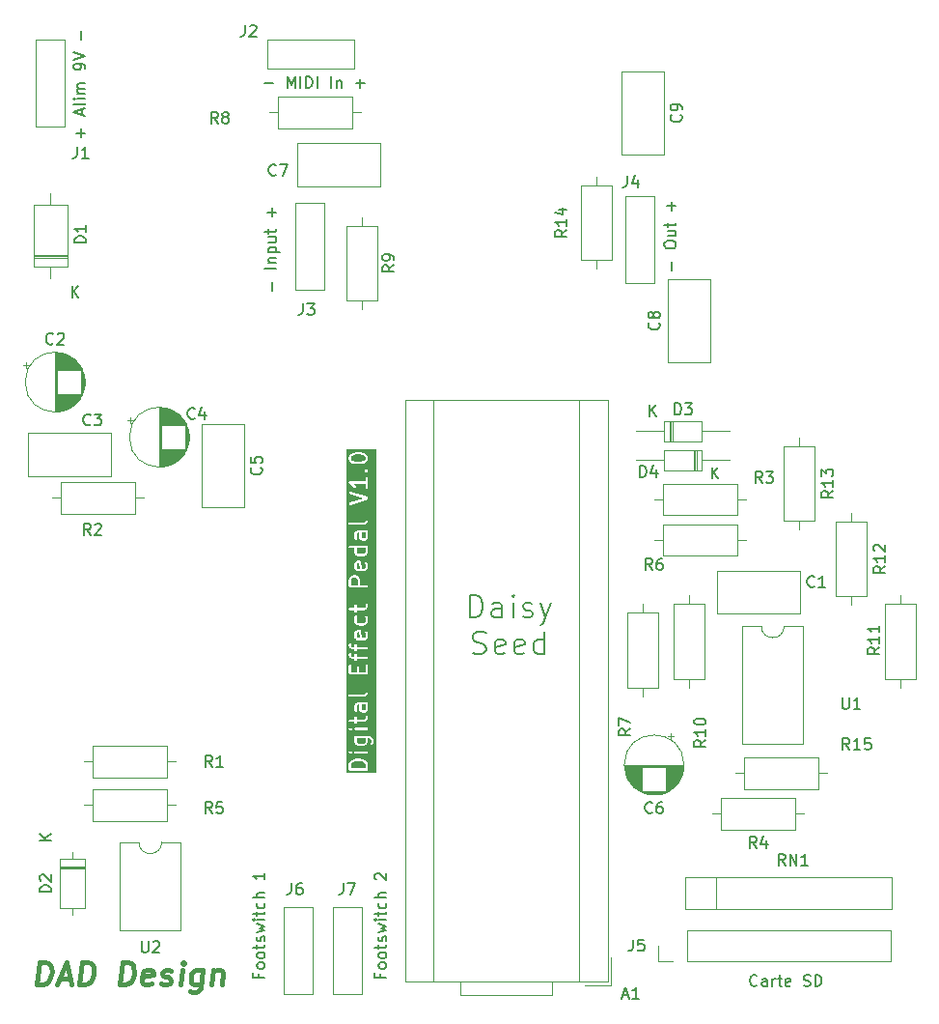
<source format=gbr>
%TF.GenerationSoftware,KiCad,Pcbnew,7.0.10*%
%TF.CreationDate,2024-03-12T16:09:29+01:00*%
%TF.ProjectId,DaisyPedal,44616973-7950-4656-9461-6c2e6b696361,1.0*%
%TF.SameCoordinates,Original*%
%TF.FileFunction,Legend,Top*%
%TF.FilePolarity,Positive*%
%FSLAX46Y46*%
G04 Gerber Fmt 4.6, Leading zero omitted, Abs format (unit mm)*
G04 Created by KiCad (PCBNEW 7.0.10) date 2024-03-12 16:09:29*
%MOMM*%
%LPD*%
G01*
G04 APERTURE LIST*
%ADD10C,0.200000*%
%ADD11C,0.150000*%
%ADD12C,0.400000*%
%ADD13C,0.120000*%
%ADD14C,0.100000*%
G04 APERTURE END LIST*
D10*
X86862266Y-51954421D02*
X86862266Y-51192517D01*
X86243219Y-49763945D02*
X86243219Y-49573469D01*
X86243219Y-49573469D02*
X86290838Y-49478231D01*
X86290838Y-49478231D02*
X86386076Y-49382993D01*
X86386076Y-49382993D02*
X86576552Y-49335374D01*
X86576552Y-49335374D02*
X86909885Y-49335374D01*
X86909885Y-49335374D02*
X87100361Y-49382993D01*
X87100361Y-49382993D02*
X87195600Y-49478231D01*
X87195600Y-49478231D02*
X87243219Y-49573469D01*
X87243219Y-49573469D02*
X87243219Y-49763945D01*
X87243219Y-49763945D02*
X87195600Y-49859183D01*
X87195600Y-49859183D02*
X87100361Y-49954421D01*
X87100361Y-49954421D02*
X86909885Y-50002040D01*
X86909885Y-50002040D02*
X86576552Y-50002040D01*
X86576552Y-50002040D02*
X86386076Y-49954421D01*
X86386076Y-49954421D02*
X86290838Y-49859183D01*
X86290838Y-49859183D02*
X86243219Y-49763945D01*
X86576552Y-48478231D02*
X87243219Y-48478231D01*
X86576552Y-48906802D02*
X87100361Y-48906802D01*
X87100361Y-48906802D02*
X87195600Y-48859183D01*
X87195600Y-48859183D02*
X87243219Y-48763945D01*
X87243219Y-48763945D02*
X87243219Y-48621088D01*
X87243219Y-48621088D02*
X87195600Y-48525850D01*
X87195600Y-48525850D02*
X87147980Y-48478231D01*
X86576552Y-48144897D02*
X86576552Y-47763945D01*
X86243219Y-48002040D02*
X87100361Y-48002040D01*
X87100361Y-48002040D02*
X87195600Y-47954421D01*
X87195600Y-47954421D02*
X87243219Y-47859183D01*
X87243219Y-47859183D02*
X87243219Y-47763945D01*
X86862266Y-46668706D02*
X86862266Y-45906802D01*
X87243219Y-46287754D02*
X86481314Y-46287754D01*
X51169673Y-35554266D02*
X51931578Y-35554266D01*
X53169673Y-35935219D02*
X53169673Y-34935219D01*
X53169673Y-34935219D02*
X53503006Y-35649504D01*
X53503006Y-35649504D02*
X53836339Y-34935219D01*
X53836339Y-34935219D02*
X53836339Y-35935219D01*
X54312530Y-35935219D02*
X54312530Y-34935219D01*
X54788720Y-35935219D02*
X54788720Y-34935219D01*
X54788720Y-34935219D02*
X55026815Y-34935219D01*
X55026815Y-34935219D02*
X55169672Y-34982838D01*
X55169672Y-34982838D02*
X55264910Y-35078076D01*
X55264910Y-35078076D02*
X55312529Y-35173314D01*
X55312529Y-35173314D02*
X55360148Y-35363790D01*
X55360148Y-35363790D02*
X55360148Y-35506647D01*
X55360148Y-35506647D02*
X55312529Y-35697123D01*
X55312529Y-35697123D02*
X55264910Y-35792361D01*
X55264910Y-35792361D02*
X55169672Y-35887600D01*
X55169672Y-35887600D02*
X55026815Y-35935219D01*
X55026815Y-35935219D02*
X54788720Y-35935219D01*
X55788720Y-35935219D02*
X55788720Y-34935219D01*
X57026815Y-35935219D02*
X57026815Y-34935219D01*
X57503005Y-35268552D02*
X57503005Y-35935219D01*
X57503005Y-35363790D02*
X57550624Y-35316171D01*
X57550624Y-35316171D02*
X57645862Y-35268552D01*
X57645862Y-35268552D02*
X57788719Y-35268552D01*
X57788719Y-35268552D02*
X57883957Y-35316171D01*
X57883957Y-35316171D02*
X57931576Y-35411409D01*
X57931576Y-35411409D02*
X57931576Y-35935219D01*
X59169672Y-35554266D02*
X59931577Y-35554266D01*
X59550624Y-35935219D02*
X59550624Y-35173314D01*
X51810266Y-53732421D02*
X51810266Y-52970517D01*
X52191219Y-51732421D02*
X51191219Y-51732421D01*
X51524552Y-51256231D02*
X52191219Y-51256231D01*
X51619790Y-51256231D02*
X51572171Y-51208612D01*
X51572171Y-51208612D02*
X51524552Y-51113374D01*
X51524552Y-51113374D02*
X51524552Y-50970517D01*
X51524552Y-50970517D02*
X51572171Y-50875279D01*
X51572171Y-50875279D02*
X51667409Y-50827660D01*
X51667409Y-50827660D02*
X52191219Y-50827660D01*
X51524552Y-50351469D02*
X52524552Y-50351469D01*
X51572171Y-50351469D02*
X51524552Y-50256231D01*
X51524552Y-50256231D02*
X51524552Y-50065755D01*
X51524552Y-50065755D02*
X51572171Y-49970517D01*
X51572171Y-49970517D02*
X51619790Y-49922898D01*
X51619790Y-49922898D02*
X51715028Y-49875279D01*
X51715028Y-49875279D02*
X52000742Y-49875279D01*
X52000742Y-49875279D02*
X52095980Y-49922898D01*
X52095980Y-49922898D02*
X52143600Y-49970517D01*
X52143600Y-49970517D02*
X52191219Y-50065755D01*
X52191219Y-50065755D02*
X52191219Y-50256231D01*
X52191219Y-50256231D02*
X52143600Y-50351469D01*
X51524552Y-49018136D02*
X52191219Y-49018136D01*
X51524552Y-49446707D02*
X52048361Y-49446707D01*
X52048361Y-49446707D02*
X52143600Y-49399088D01*
X52143600Y-49399088D02*
X52191219Y-49303850D01*
X52191219Y-49303850D02*
X52191219Y-49160993D01*
X52191219Y-49160993D02*
X52143600Y-49065755D01*
X52143600Y-49065755D02*
X52095980Y-49018136D01*
X51524552Y-48684802D02*
X51524552Y-48303850D01*
X51191219Y-48541945D02*
X52048361Y-48541945D01*
X52048361Y-48541945D02*
X52143600Y-48494326D01*
X52143600Y-48494326D02*
X52191219Y-48399088D01*
X52191219Y-48399088D02*
X52191219Y-48303850D01*
X51810266Y-47208611D02*
X51810266Y-46446707D01*
X52191219Y-46827659D02*
X51429314Y-46827659D01*
D11*
X94380207Y-114582580D02*
X94332588Y-114630200D01*
X94332588Y-114630200D02*
X94189731Y-114677819D01*
X94189731Y-114677819D02*
X94094493Y-114677819D01*
X94094493Y-114677819D02*
X93951636Y-114630200D01*
X93951636Y-114630200D02*
X93856398Y-114534961D01*
X93856398Y-114534961D02*
X93808779Y-114439723D01*
X93808779Y-114439723D02*
X93761160Y-114249247D01*
X93761160Y-114249247D02*
X93761160Y-114106390D01*
X93761160Y-114106390D02*
X93808779Y-113915914D01*
X93808779Y-113915914D02*
X93856398Y-113820676D01*
X93856398Y-113820676D02*
X93951636Y-113725438D01*
X93951636Y-113725438D02*
X94094493Y-113677819D01*
X94094493Y-113677819D02*
X94189731Y-113677819D01*
X94189731Y-113677819D02*
X94332588Y-113725438D01*
X94332588Y-113725438D02*
X94380207Y-113773057D01*
X95237350Y-114677819D02*
X95237350Y-114154009D01*
X95237350Y-114154009D02*
X95189731Y-114058771D01*
X95189731Y-114058771D02*
X95094493Y-114011152D01*
X95094493Y-114011152D02*
X94904017Y-114011152D01*
X94904017Y-114011152D02*
X94808779Y-114058771D01*
X95237350Y-114630200D02*
X95142112Y-114677819D01*
X95142112Y-114677819D02*
X94904017Y-114677819D01*
X94904017Y-114677819D02*
X94808779Y-114630200D01*
X94808779Y-114630200D02*
X94761160Y-114534961D01*
X94761160Y-114534961D02*
X94761160Y-114439723D01*
X94761160Y-114439723D02*
X94808779Y-114344485D01*
X94808779Y-114344485D02*
X94904017Y-114296866D01*
X94904017Y-114296866D02*
X95142112Y-114296866D01*
X95142112Y-114296866D02*
X95237350Y-114249247D01*
X95713541Y-114677819D02*
X95713541Y-114011152D01*
X95713541Y-114201628D02*
X95761160Y-114106390D01*
X95761160Y-114106390D02*
X95808779Y-114058771D01*
X95808779Y-114058771D02*
X95904017Y-114011152D01*
X95904017Y-114011152D02*
X95999255Y-114011152D01*
X96189732Y-114011152D02*
X96570684Y-114011152D01*
X96332589Y-113677819D02*
X96332589Y-114534961D01*
X96332589Y-114534961D02*
X96380208Y-114630200D01*
X96380208Y-114630200D02*
X96475446Y-114677819D01*
X96475446Y-114677819D02*
X96570684Y-114677819D01*
X97284970Y-114630200D02*
X97189732Y-114677819D01*
X97189732Y-114677819D02*
X96999256Y-114677819D01*
X96999256Y-114677819D02*
X96904018Y-114630200D01*
X96904018Y-114630200D02*
X96856399Y-114534961D01*
X96856399Y-114534961D02*
X96856399Y-114154009D01*
X96856399Y-114154009D02*
X96904018Y-114058771D01*
X96904018Y-114058771D02*
X96999256Y-114011152D01*
X96999256Y-114011152D02*
X97189732Y-114011152D01*
X97189732Y-114011152D02*
X97284970Y-114058771D01*
X97284970Y-114058771D02*
X97332589Y-114154009D01*
X97332589Y-114154009D02*
X97332589Y-114249247D01*
X97332589Y-114249247D02*
X96856399Y-114344485D01*
X98475447Y-114630200D02*
X98618304Y-114677819D01*
X98618304Y-114677819D02*
X98856399Y-114677819D01*
X98856399Y-114677819D02*
X98951637Y-114630200D01*
X98951637Y-114630200D02*
X98999256Y-114582580D01*
X98999256Y-114582580D02*
X99046875Y-114487342D01*
X99046875Y-114487342D02*
X99046875Y-114392104D01*
X99046875Y-114392104D02*
X98999256Y-114296866D01*
X98999256Y-114296866D02*
X98951637Y-114249247D01*
X98951637Y-114249247D02*
X98856399Y-114201628D01*
X98856399Y-114201628D02*
X98665923Y-114154009D01*
X98665923Y-114154009D02*
X98570685Y-114106390D01*
X98570685Y-114106390D02*
X98523066Y-114058771D01*
X98523066Y-114058771D02*
X98475447Y-113963533D01*
X98475447Y-113963533D02*
X98475447Y-113868295D01*
X98475447Y-113868295D02*
X98523066Y-113773057D01*
X98523066Y-113773057D02*
X98570685Y-113725438D01*
X98570685Y-113725438D02*
X98665923Y-113677819D01*
X98665923Y-113677819D02*
X98904018Y-113677819D01*
X98904018Y-113677819D02*
X99046875Y-113725438D01*
X99475447Y-114677819D02*
X99475447Y-113677819D01*
X99475447Y-113677819D02*
X99713542Y-113677819D01*
X99713542Y-113677819D02*
X99856399Y-113725438D01*
X99856399Y-113725438D02*
X99951637Y-113820676D01*
X99951637Y-113820676D02*
X99999256Y-113915914D01*
X99999256Y-113915914D02*
X100046875Y-114106390D01*
X100046875Y-114106390D02*
X100046875Y-114249247D01*
X100046875Y-114249247D02*
X99999256Y-114439723D01*
X99999256Y-114439723D02*
X99951637Y-114534961D01*
X99951637Y-114534961D02*
X99856399Y-114630200D01*
X99856399Y-114630200D02*
X99713542Y-114677819D01*
X99713542Y-114677819D02*
X99475447Y-114677819D01*
D10*
X35046266Y-40270326D02*
X35046266Y-39508422D01*
X35427219Y-39889374D02*
X34665314Y-39889374D01*
X35141504Y-38317945D02*
X35141504Y-37841755D01*
X35427219Y-38413183D02*
X34427219Y-38079850D01*
X34427219Y-38079850D02*
X35427219Y-37746517D01*
X35427219Y-37270326D02*
X35379600Y-37365564D01*
X35379600Y-37365564D02*
X35284361Y-37413183D01*
X35284361Y-37413183D02*
X34427219Y-37413183D01*
X35427219Y-36889373D02*
X34760552Y-36889373D01*
X34427219Y-36889373D02*
X34474838Y-36936992D01*
X34474838Y-36936992D02*
X34522457Y-36889373D01*
X34522457Y-36889373D02*
X34474838Y-36841754D01*
X34474838Y-36841754D02*
X34427219Y-36889373D01*
X34427219Y-36889373D02*
X34522457Y-36889373D01*
X35427219Y-36413183D02*
X34760552Y-36413183D01*
X34855790Y-36413183D02*
X34808171Y-36365564D01*
X34808171Y-36365564D02*
X34760552Y-36270326D01*
X34760552Y-36270326D02*
X34760552Y-36127469D01*
X34760552Y-36127469D02*
X34808171Y-36032231D01*
X34808171Y-36032231D02*
X34903409Y-35984612D01*
X34903409Y-35984612D02*
X35427219Y-35984612D01*
X34903409Y-35984612D02*
X34808171Y-35936993D01*
X34808171Y-35936993D02*
X34760552Y-35841755D01*
X34760552Y-35841755D02*
X34760552Y-35698898D01*
X34760552Y-35698898D02*
X34808171Y-35603659D01*
X34808171Y-35603659D02*
X34903409Y-35556040D01*
X34903409Y-35556040D02*
X35427219Y-35556040D01*
X35427219Y-34270326D02*
X35427219Y-34079850D01*
X35427219Y-34079850D02*
X35379600Y-33984612D01*
X35379600Y-33984612D02*
X35331980Y-33936993D01*
X35331980Y-33936993D02*
X35189123Y-33841755D01*
X35189123Y-33841755D02*
X34998647Y-33794136D01*
X34998647Y-33794136D02*
X34617695Y-33794136D01*
X34617695Y-33794136D02*
X34522457Y-33841755D01*
X34522457Y-33841755D02*
X34474838Y-33889374D01*
X34474838Y-33889374D02*
X34427219Y-33984612D01*
X34427219Y-33984612D02*
X34427219Y-34175088D01*
X34427219Y-34175088D02*
X34474838Y-34270326D01*
X34474838Y-34270326D02*
X34522457Y-34317945D01*
X34522457Y-34317945D02*
X34617695Y-34365564D01*
X34617695Y-34365564D02*
X34855790Y-34365564D01*
X34855790Y-34365564D02*
X34951028Y-34317945D01*
X34951028Y-34317945D02*
X34998647Y-34270326D01*
X34998647Y-34270326D02*
X35046266Y-34175088D01*
X35046266Y-34175088D02*
X35046266Y-33984612D01*
X35046266Y-33984612D02*
X34998647Y-33889374D01*
X34998647Y-33889374D02*
X34951028Y-33841755D01*
X34951028Y-33841755D02*
X34855790Y-33794136D01*
X34427219Y-33508421D02*
X35427219Y-33175088D01*
X35427219Y-33175088D02*
X34427219Y-32841755D01*
X35046266Y-31746516D02*
X35046266Y-30984612D01*
X61319409Y-113596993D02*
X61319409Y-113930326D01*
X61843219Y-113930326D02*
X60843219Y-113930326D01*
X60843219Y-113930326D02*
X60843219Y-113454136D01*
X61843219Y-112930326D02*
X61795600Y-113025564D01*
X61795600Y-113025564D02*
X61747980Y-113073183D01*
X61747980Y-113073183D02*
X61652742Y-113120802D01*
X61652742Y-113120802D02*
X61367028Y-113120802D01*
X61367028Y-113120802D02*
X61271790Y-113073183D01*
X61271790Y-113073183D02*
X61224171Y-113025564D01*
X61224171Y-113025564D02*
X61176552Y-112930326D01*
X61176552Y-112930326D02*
X61176552Y-112787469D01*
X61176552Y-112787469D02*
X61224171Y-112692231D01*
X61224171Y-112692231D02*
X61271790Y-112644612D01*
X61271790Y-112644612D02*
X61367028Y-112596993D01*
X61367028Y-112596993D02*
X61652742Y-112596993D01*
X61652742Y-112596993D02*
X61747980Y-112644612D01*
X61747980Y-112644612D02*
X61795600Y-112692231D01*
X61795600Y-112692231D02*
X61843219Y-112787469D01*
X61843219Y-112787469D02*
X61843219Y-112930326D01*
X61843219Y-112025564D02*
X61795600Y-112120802D01*
X61795600Y-112120802D02*
X61747980Y-112168421D01*
X61747980Y-112168421D02*
X61652742Y-112216040D01*
X61652742Y-112216040D02*
X61367028Y-112216040D01*
X61367028Y-112216040D02*
X61271790Y-112168421D01*
X61271790Y-112168421D02*
X61224171Y-112120802D01*
X61224171Y-112120802D02*
X61176552Y-112025564D01*
X61176552Y-112025564D02*
X61176552Y-111882707D01*
X61176552Y-111882707D02*
X61224171Y-111787469D01*
X61224171Y-111787469D02*
X61271790Y-111739850D01*
X61271790Y-111739850D02*
X61367028Y-111692231D01*
X61367028Y-111692231D02*
X61652742Y-111692231D01*
X61652742Y-111692231D02*
X61747980Y-111739850D01*
X61747980Y-111739850D02*
X61795600Y-111787469D01*
X61795600Y-111787469D02*
X61843219Y-111882707D01*
X61843219Y-111882707D02*
X61843219Y-112025564D01*
X61176552Y-111406516D02*
X61176552Y-111025564D01*
X60843219Y-111263659D02*
X61700361Y-111263659D01*
X61700361Y-111263659D02*
X61795600Y-111216040D01*
X61795600Y-111216040D02*
X61843219Y-111120802D01*
X61843219Y-111120802D02*
X61843219Y-111025564D01*
X61795600Y-110739849D02*
X61843219Y-110644611D01*
X61843219Y-110644611D02*
X61843219Y-110454135D01*
X61843219Y-110454135D02*
X61795600Y-110358897D01*
X61795600Y-110358897D02*
X61700361Y-110311278D01*
X61700361Y-110311278D02*
X61652742Y-110311278D01*
X61652742Y-110311278D02*
X61557504Y-110358897D01*
X61557504Y-110358897D02*
X61509885Y-110454135D01*
X61509885Y-110454135D02*
X61509885Y-110596992D01*
X61509885Y-110596992D02*
X61462266Y-110692230D01*
X61462266Y-110692230D02*
X61367028Y-110739849D01*
X61367028Y-110739849D02*
X61319409Y-110739849D01*
X61319409Y-110739849D02*
X61224171Y-110692230D01*
X61224171Y-110692230D02*
X61176552Y-110596992D01*
X61176552Y-110596992D02*
X61176552Y-110454135D01*
X61176552Y-110454135D02*
X61224171Y-110358897D01*
X61176552Y-109977944D02*
X61843219Y-109787468D01*
X61843219Y-109787468D02*
X61367028Y-109596992D01*
X61367028Y-109596992D02*
X61843219Y-109406516D01*
X61843219Y-109406516D02*
X61176552Y-109216040D01*
X61843219Y-108835087D02*
X61176552Y-108835087D01*
X60843219Y-108835087D02*
X60890838Y-108882706D01*
X60890838Y-108882706D02*
X60938457Y-108835087D01*
X60938457Y-108835087D02*
X60890838Y-108787468D01*
X60890838Y-108787468D02*
X60843219Y-108835087D01*
X60843219Y-108835087D02*
X60938457Y-108835087D01*
X61176552Y-108501754D02*
X61176552Y-108120802D01*
X60843219Y-108358897D02*
X61700361Y-108358897D01*
X61700361Y-108358897D02*
X61795600Y-108311278D01*
X61795600Y-108311278D02*
X61843219Y-108216040D01*
X61843219Y-108216040D02*
X61843219Y-108120802D01*
X61795600Y-107358897D02*
X61843219Y-107454135D01*
X61843219Y-107454135D02*
X61843219Y-107644611D01*
X61843219Y-107644611D02*
X61795600Y-107739849D01*
X61795600Y-107739849D02*
X61747980Y-107787468D01*
X61747980Y-107787468D02*
X61652742Y-107835087D01*
X61652742Y-107835087D02*
X61367028Y-107835087D01*
X61367028Y-107835087D02*
X61271790Y-107787468D01*
X61271790Y-107787468D02*
X61224171Y-107739849D01*
X61224171Y-107739849D02*
X61176552Y-107644611D01*
X61176552Y-107644611D02*
X61176552Y-107454135D01*
X61176552Y-107454135D02*
X61224171Y-107358897D01*
X61843219Y-106930325D02*
X60843219Y-106930325D01*
X61843219Y-106501754D02*
X61319409Y-106501754D01*
X61319409Y-106501754D02*
X61224171Y-106549373D01*
X61224171Y-106549373D02*
X61176552Y-106644611D01*
X61176552Y-106644611D02*
X61176552Y-106787468D01*
X61176552Y-106787468D02*
X61224171Y-106882706D01*
X61224171Y-106882706D02*
X61271790Y-106930325D01*
X60938457Y-105311277D02*
X60890838Y-105263658D01*
X60890838Y-105263658D02*
X60843219Y-105168420D01*
X60843219Y-105168420D02*
X60843219Y-104930325D01*
X60843219Y-104930325D02*
X60890838Y-104835087D01*
X60890838Y-104835087D02*
X60938457Y-104787468D01*
X60938457Y-104787468D02*
X61033695Y-104739849D01*
X61033695Y-104739849D02*
X61128933Y-104739849D01*
X61128933Y-104739849D02*
X61271790Y-104787468D01*
X61271790Y-104787468D02*
X61843219Y-105358896D01*
X61843219Y-105358896D02*
X61843219Y-104739849D01*
G36*
X59764378Y-94984314D02*
G01*
X59882908Y-95043579D01*
X59997597Y-95158268D01*
X60056428Y-95334761D01*
X60056428Y-95575679D01*
X58756428Y-95575679D01*
X58756428Y-95334763D01*
X58815259Y-95158269D01*
X58929948Y-95043579D01*
X59048476Y-94984314D01*
X59311594Y-94918536D01*
X59501262Y-94918536D01*
X59764378Y-94984314D01*
G37*
G36*
X60056428Y-92984999D02*
G01*
X60056428Y-93223500D01*
X60002814Y-93330727D01*
X59954334Y-93379207D01*
X59847107Y-93432821D01*
X59465749Y-93432821D01*
X59358520Y-93379207D01*
X59310044Y-93330730D01*
X59256428Y-93223498D01*
X59256428Y-92985001D01*
X59289661Y-92918536D01*
X60023196Y-92918536D01*
X60056428Y-92984999D01*
G37*
G36*
X60056428Y-90056427D02*
G01*
X60056428Y-90366357D01*
X60010464Y-90458285D01*
X59918535Y-90504249D01*
X59822892Y-90504249D01*
X59730963Y-90458285D01*
X59685000Y-90366357D01*
X59685000Y-90032821D01*
X59677876Y-90010897D01*
X59674724Y-89989964D01*
X60023196Y-89989964D01*
X60056428Y-90056427D01*
G37*
G36*
X59534448Y-84147106D02*
G01*
X59394321Y-84147106D01*
X59302393Y-84101142D01*
X59256428Y-84009212D01*
X59256428Y-83770714D01*
X59302393Y-83678784D01*
X59394321Y-83632821D01*
X59431591Y-83632821D01*
X59534448Y-84147106D01*
G37*
G36*
X59240048Y-78900720D02*
G01*
X59288528Y-78949200D01*
X59342142Y-79056427D01*
X59342142Y-79504250D01*
X58756428Y-79504250D01*
X58756428Y-79056429D01*
X58810044Y-78949197D01*
X58858520Y-78900720D01*
X58965749Y-78847107D01*
X59132821Y-78847107D01*
X59240048Y-78900720D01*
G37*
G36*
X59534448Y-78075678D02*
G01*
X59394321Y-78075678D01*
X59302393Y-78029714D01*
X59256428Y-77937784D01*
X59256428Y-77699286D01*
X59302393Y-77607356D01*
X59394321Y-77561393D01*
X59431591Y-77561393D01*
X59534448Y-78075678D01*
G37*
G36*
X60056428Y-76342142D02*
G01*
X60056428Y-76580643D01*
X60002814Y-76687870D01*
X59954334Y-76736350D01*
X59847107Y-76789964D01*
X59465749Y-76789964D01*
X59358520Y-76736350D01*
X59310044Y-76687873D01*
X59256428Y-76580641D01*
X59256428Y-76342144D01*
X59289661Y-76275679D01*
X60023196Y-76275679D01*
X60056428Y-76342142D01*
G37*
G36*
X60056428Y-74984999D02*
G01*
X60056428Y-75294929D01*
X60010464Y-75386857D01*
X59918535Y-75432821D01*
X59822892Y-75432821D01*
X59730963Y-75386857D01*
X59685000Y-75294929D01*
X59685000Y-74961393D01*
X59677876Y-74939469D01*
X59674724Y-74918536D01*
X60023196Y-74918536D01*
X60056428Y-74984999D01*
G37*
G36*
X59835807Y-68127172D02*
G01*
X59954337Y-68186438D01*
X60002814Y-68234914D01*
X60056428Y-68342142D01*
X60056428Y-68437786D01*
X60002813Y-68545015D01*
X59954337Y-68593491D01*
X59835807Y-68652757D01*
X59572691Y-68718536D01*
X59240166Y-68718536D01*
X58977047Y-68652757D01*
X58858519Y-68593492D01*
X58810042Y-68545014D01*
X58756428Y-68437786D01*
X58756428Y-68342144D01*
X58810043Y-68234914D01*
X58858519Y-68186437D01*
X58977046Y-68127173D01*
X59240166Y-68061393D01*
X59572690Y-68061393D01*
X59835807Y-68127172D01*
G37*
G36*
X60970714Y-95989965D02*
G01*
X58342142Y-95989965D01*
X58342142Y-95675679D01*
X58556428Y-95675679D01*
X58561322Y-95690741D01*
X58561322Y-95706581D01*
X58570631Y-95719394D01*
X58575526Y-95734458D01*
X58588339Y-95743767D01*
X58597649Y-95756581D01*
X58612712Y-95761475D01*
X58625526Y-95770785D01*
X58641365Y-95770785D01*
X58656428Y-95775679D01*
X60156428Y-95775679D01*
X60171491Y-95770785D01*
X60187330Y-95770785D01*
X60200143Y-95761475D01*
X60215207Y-95756581D01*
X60224516Y-95743767D01*
X60237330Y-95734458D01*
X60242224Y-95719394D01*
X60251534Y-95706581D01*
X60251534Y-95690741D01*
X60256428Y-95675679D01*
X60256428Y-95318536D01*
X60251419Y-95303120D01*
X60251296Y-95286913D01*
X60179868Y-95072627D01*
X60166175Y-95054078D01*
X60155710Y-95033539D01*
X60012852Y-94890682D01*
X59998411Y-94883324D01*
X59986863Y-94871950D01*
X59844007Y-94800521D01*
X59832984Y-94798860D01*
X59823538Y-94792950D01*
X59537824Y-94721522D01*
X59525408Y-94722382D01*
X59513571Y-94718536D01*
X59299285Y-94718536D01*
X59287447Y-94722382D01*
X59275031Y-94721522D01*
X58989318Y-94792950D01*
X58979871Y-94798860D01*
X58968849Y-94800521D01*
X58825992Y-94871950D01*
X58814442Y-94883325D01*
X58800003Y-94890683D01*
X58657146Y-95033539D01*
X58646679Y-95054080D01*
X58632989Y-95072627D01*
X58561560Y-95286913D01*
X58561436Y-95303120D01*
X58556428Y-95318536D01*
X58556428Y-95675679D01*
X58342142Y-95675679D01*
X58342142Y-94191323D01*
X58557659Y-94191323D01*
X58561322Y-94198511D01*
X58561322Y-94206581D01*
X58566064Y-94213108D01*
X58567327Y-94221078D01*
X58578527Y-94232278D01*
X58585718Y-94246390D01*
X58657147Y-94317818D01*
X58671257Y-94325007D01*
X58682458Y-94336208D01*
X58698102Y-94338685D01*
X58712214Y-94345876D01*
X58727857Y-94343398D01*
X58743500Y-94345876D01*
X58757611Y-94338685D01*
X58773257Y-94336208D01*
X58784456Y-94325008D01*
X58798568Y-94317818D01*
X58869995Y-94246390D01*
X58877184Y-94232279D01*
X58888386Y-94221079D01*
X58889648Y-94213108D01*
X58894391Y-94206581D01*
X59061322Y-94206581D01*
X59097649Y-94256581D01*
X59156428Y-94275679D01*
X60156428Y-94275679D01*
X60215207Y-94256581D01*
X60251534Y-94206581D01*
X60251534Y-94144777D01*
X60215207Y-94094777D01*
X60156428Y-94075679D01*
X59156428Y-94075679D01*
X59097649Y-94094777D01*
X59061322Y-94144777D01*
X59061322Y-94206581D01*
X58894391Y-94206581D01*
X58894391Y-94198511D01*
X58898054Y-94191323D01*
X58895576Y-94175679D01*
X58898054Y-94160036D01*
X58894391Y-94152846D01*
X58894391Y-94144777D01*
X58889648Y-94138248D01*
X58888386Y-94130280D01*
X58877185Y-94119079D01*
X58869996Y-94104969D01*
X58798568Y-94033540D01*
X58784456Y-94026349D01*
X58773256Y-94015149D01*
X58757612Y-94012671D01*
X58743501Y-94005481D01*
X58727857Y-94007958D01*
X58712214Y-94005481D01*
X58698101Y-94012671D01*
X58682459Y-94015149D01*
X58671259Y-94026347D01*
X58657146Y-94033539D01*
X58585717Y-94104968D01*
X58578525Y-94119081D01*
X58567327Y-94130281D01*
X58566065Y-94138248D01*
X58561322Y-94144777D01*
X58561322Y-94152846D01*
X58557659Y-94160036D01*
X58560136Y-94175679D01*
X58557659Y-94191323D01*
X58342142Y-94191323D01*
X58342142Y-93247107D01*
X59056428Y-93247107D01*
X59063551Y-93269030D01*
X59066985Y-93291829D01*
X59138414Y-93434685D01*
X59149788Y-93446233D01*
X59157146Y-93460674D01*
X59228574Y-93532103D01*
X59243015Y-93539461D01*
X59254564Y-93550836D01*
X59397421Y-93622264D01*
X59420218Y-93625697D01*
X59442142Y-93632821D01*
X59870714Y-93632821D01*
X59892637Y-93625697D01*
X59915435Y-93622264D01*
X60058292Y-93550836D01*
X60069839Y-93539462D01*
X60084282Y-93532104D01*
X60155711Y-93460675D01*
X60163069Y-93446232D01*
X60174443Y-93434685D01*
X60245871Y-93291828D01*
X60249304Y-93269030D01*
X60256428Y-93247107D01*
X60256428Y-92961393D01*
X60249304Y-92939469D01*
X60246152Y-92918536D01*
X60347107Y-92918536D01*
X60454334Y-92972149D01*
X60502814Y-93020629D01*
X60556428Y-93127856D01*
X60556428Y-93294929D01*
X60495557Y-93416672D01*
X60486352Y-93477786D01*
X60514828Y-93532639D01*
X60570107Y-93560278D01*
X60631074Y-93550147D01*
X60674443Y-93506114D01*
X60745871Y-93363257D01*
X60749304Y-93340459D01*
X60756428Y-93318536D01*
X60756428Y-93104250D01*
X60749304Y-93082326D01*
X60745871Y-93059529D01*
X60674443Y-92916672D01*
X60663069Y-92905124D01*
X60655711Y-92890682D01*
X60584282Y-92819253D01*
X60569839Y-92811894D01*
X60558292Y-92800521D01*
X60415435Y-92729093D01*
X60392637Y-92725659D01*
X60370714Y-92718536D01*
X59156428Y-92718536D01*
X59097649Y-92737634D01*
X59061322Y-92787634D01*
X59061322Y-92849438D01*
X59084589Y-92881462D01*
X59066985Y-92916671D01*
X59063551Y-92939469D01*
X59056428Y-92961393D01*
X59056428Y-93247107D01*
X58342142Y-93247107D01*
X58342142Y-92119894D01*
X58557659Y-92119894D01*
X58561322Y-92127082D01*
X58561322Y-92135152D01*
X58566064Y-92141679D01*
X58567327Y-92149649D01*
X58578527Y-92160849D01*
X58585718Y-92174961D01*
X58657147Y-92246389D01*
X58671257Y-92253578D01*
X58682458Y-92264779D01*
X58698102Y-92267256D01*
X58712214Y-92274447D01*
X58727857Y-92271969D01*
X58743500Y-92274447D01*
X58757611Y-92267256D01*
X58773257Y-92264779D01*
X58784456Y-92253579D01*
X58798568Y-92246389D01*
X58869995Y-92174961D01*
X58877184Y-92160850D01*
X58888386Y-92149650D01*
X58889648Y-92141679D01*
X58894391Y-92135152D01*
X59061322Y-92135152D01*
X59097649Y-92185152D01*
X59156428Y-92204250D01*
X60156428Y-92204250D01*
X60215207Y-92185152D01*
X60251534Y-92135152D01*
X60251534Y-92073348D01*
X60215207Y-92023348D01*
X60156428Y-92004250D01*
X59156428Y-92004250D01*
X59097649Y-92023348D01*
X59061322Y-92073348D01*
X59061322Y-92135152D01*
X58894391Y-92135152D01*
X58894391Y-92127082D01*
X58898054Y-92119894D01*
X58895576Y-92104250D01*
X58898054Y-92088607D01*
X58894391Y-92081417D01*
X58894391Y-92073348D01*
X58889648Y-92066819D01*
X58888386Y-92058851D01*
X58877185Y-92047650D01*
X58869996Y-92033540D01*
X58798568Y-91962111D01*
X58784456Y-91954920D01*
X58773256Y-91943720D01*
X58757612Y-91941242D01*
X58743501Y-91934052D01*
X58727857Y-91936529D01*
X58712214Y-91934052D01*
X58698101Y-91941242D01*
X58682459Y-91943720D01*
X58671259Y-91954918D01*
X58657146Y-91962110D01*
X58585717Y-92033539D01*
X58578525Y-92047652D01*
X58567327Y-92058852D01*
X58566065Y-92066819D01*
X58561322Y-92073348D01*
X58561322Y-92081417D01*
X58557659Y-92088607D01*
X58560136Y-92104250D01*
X58557659Y-92119894D01*
X58342142Y-92119894D01*
X58342142Y-91420866D01*
X58561322Y-91420866D01*
X58597649Y-91470866D01*
X58656428Y-91489964D01*
X59056428Y-91489964D01*
X59056428Y-91604249D01*
X59075526Y-91663028D01*
X59125526Y-91699355D01*
X59187330Y-91699355D01*
X59237330Y-91663028D01*
X59256428Y-91604249D01*
X59256428Y-91489964D01*
X59942142Y-91489964D01*
X59964065Y-91482840D01*
X59986863Y-91479407D01*
X60129721Y-91407978D01*
X60130287Y-91407419D01*
X60131074Y-91407289D01*
X60152251Y-91385786D01*
X60173754Y-91364609D01*
X60173884Y-91363822D01*
X60174443Y-91363256D01*
X60245871Y-91220399D01*
X60249304Y-91197601D01*
X60256428Y-91175678D01*
X60256428Y-91032821D01*
X60237330Y-90974042D01*
X60187330Y-90937715D01*
X60125526Y-90937715D01*
X60075526Y-90974042D01*
X60056428Y-91032821D01*
X60056428Y-91152071D01*
X60010464Y-91243999D01*
X59918535Y-91289964D01*
X59256428Y-91289964D01*
X59256428Y-91032821D01*
X59237330Y-90974042D01*
X59187330Y-90937715D01*
X59125526Y-90937715D01*
X59075526Y-90974042D01*
X59056428Y-91032821D01*
X59056428Y-91289964D01*
X58656428Y-91289964D01*
X58597649Y-91309062D01*
X58561322Y-91359062D01*
X58561322Y-91420866D01*
X58342142Y-91420866D01*
X58342142Y-90389964D01*
X59056428Y-90389964D01*
X59063551Y-90411887D01*
X59066985Y-90434686D01*
X59138414Y-90577542D01*
X59181783Y-90621575D01*
X59242750Y-90631706D01*
X59298029Y-90604066D01*
X59326505Y-90549214D01*
X59317300Y-90488099D01*
X59256428Y-90366355D01*
X59256428Y-90127857D01*
X59302393Y-90035927D01*
X59394321Y-89989964D01*
X59451767Y-89989964D01*
X59485000Y-90056428D01*
X59485000Y-90389964D01*
X59492123Y-90411887D01*
X59495557Y-90434685D01*
X59566985Y-90577542D01*
X59567543Y-90578108D01*
X59567674Y-90578895D01*
X59589176Y-90600072D01*
X59610354Y-90621575D01*
X59611140Y-90621705D01*
X59611707Y-90622264D01*
X59754564Y-90693692D01*
X59777361Y-90697125D01*
X59799285Y-90704249D01*
X59942142Y-90704249D01*
X59964065Y-90697125D01*
X59986863Y-90693692D01*
X60129721Y-90622264D01*
X60130287Y-90621705D01*
X60131074Y-90621575D01*
X60152235Y-90600089D01*
X60173754Y-90578896D01*
X60173884Y-90578108D01*
X60174443Y-90577542D01*
X60245871Y-90434685D01*
X60249304Y-90411887D01*
X60256428Y-90389964D01*
X60256428Y-90032821D01*
X60249304Y-90010897D01*
X60245871Y-89988100D01*
X60228266Y-89952890D01*
X60251534Y-89920866D01*
X60251534Y-89859062D01*
X60215207Y-89809062D01*
X60156428Y-89789964D01*
X59370714Y-89789964D01*
X59348790Y-89797087D01*
X59325993Y-89800521D01*
X59183136Y-89871949D01*
X59182569Y-89872507D01*
X59181783Y-89872638D01*
X59160605Y-89894140D01*
X59139103Y-89915318D01*
X59138972Y-89916104D01*
X59138414Y-89916671D01*
X59066985Y-90059527D01*
X59063551Y-90082325D01*
X59056428Y-90104249D01*
X59056428Y-90389964D01*
X58342142Y-90389964D01*
X58342142Y-89206580D01*
X58561322Y-89206580D01*
X58597649Y-89256580D01*
X58656428Y-89275678D01*
X59942142Y-89275678D01*
X59964065Y-89268554D01*
X59986863Y-89265121D01*
X60129721Y-89193692D01*
X60130287Y-89193133D01*
X60131074Y-89193003D01*
X60152251Y-89171500D01*
X60173754Y-89150323D01*
X60173884Y-89149536D01*
X60174443Y-89148970D01*
X60245871Y-89006113D01*
X60255076Y-88944998D01*
X60226600Y-88890146D01*
X60171321Y-88862507D01*
X60110354Y-88872638D01*
X60066985Y-88916671D01*
X60010464Y-89029713D01*
X59918535Y-89075678D01*
X58656428Y-89075678D01*
X58597649Y-89094776D01*
X58561322Y-89144776D01*
X58561322Y-89206580D01*
X58342142Y-89206580D01*
X58342142Y-87247107D01*
X58556428Y-87247107D01*
X58561322Y-87262169D01*
X58561322Y-87278009D01*
X58570631Y-87290822D01*
X58575526Y-87305886D01*
X58588339Y-87315195D01*
X58597649Y-87328009D01*
X58612712Y-87332903D01*
X58625526Y-87342213D01*
X58641365Y-87342213D01*
X58656428Y-87347107D01*
X60156428Y-87347107D01*
X60171491Y-87342213D01*
X60187330Y-87342213D01*
X60200143Y-87332903D01*
X60215207Y-87328009D01*
X60224516Y-87315195D01*
X60237330Y-87305886D01*
X60242224Y-87290822D01*
X60251534Y-87278009D01*
X60251534Y-87262169D01*
X60256428Y-87247107D01*
X60256428Y-86532821D01*
X60237330Y-86474042D01*
X60187330Y-86437715D01*
X60125526Y-86437715D01*
X60075526Y-86474042D01*
X60056428Y-86532821D01*
X60056428Y-87147107D01*
X59470714Y-87147107D01*
X59470714Y-86747107D01*
X59451616Y-86688328D01*
X59401616Y-86652001D01*
X59339812Y-86652001D01*
X59289812Y-86688328D01*
X59270714Y-86747107D01*
X59270714Y-87147107D01*
X58756428Y-87147107D01*
X58756428Y-86532821D01*
X58737330Y-86474042D01*
X58687330Y-86437715D01*
X58625526Y-86437715D01*
X58575526Y-86474042D01*
X58556428Y-86532821D01*
X58556428Y-87247107D01*
X58342142Y-87247107D01*
X58342142Y-85675678D01*
X58556428Y-85675678D01*
X58563551Y-85697601D01*
X58566985Y-85720400D01*
X58638414Y-85863256D01*
X58638972Y-85863822D01*
X58639103Y-85864609D01*
X58660620Y-85885802D01*
X58681783Y-85907289D01*
X58682567Y-85907419D01*
X58683135Y-85907978D01*
X58825992Y-85979407D01*
X58848790Y-85982840D01*
X58870714Y-85989964D01*
X59056428Y-85989964D01*
X59056428Y-86104249D01*
X59075526Y-86163028D01*
X59125526Y-86199355D01*
X59187330Y-86199355D01*
X59237330Y-86163028D01*
X59256428Y-86104249D01*
X59256428Y-85989964D01*
X60156428Y-85989964D01*
X60215207Y-85970866D01*
X60251534Y-85920866D01*
X60251534Y-85859062D01*
X60215207Y-85809062D01*
X60156428Y-85789964D01*
X59256428Y-85789964D01*
X59256428Y-85532821D01*
X59237330Y-85474042D01*
X59187330Y-85437715D01*
X59125526Y-85437715D01*
X59075526Y-85474042D01*
X59056428Y-85532821D01*
X59056428Y-85789964D01*
X58894321Y-85789964D01*
X58802393Y-85743999D01*
X58756428Y-85652069D01*
X58756428Y-85532821D01*
X58737330Y-85474042D01*
X58687330Y-85437715D01*
X58625526Y-85437715D01*
X58575526Y-85474042D01*
X58556428Y-85532821D01*
X58556428Y-85675678D01*
X58342142Y-85675678D01*
X58342142Y-84818535D01*
X58556428Y-84818535D01*
X58563551Y-84840458D01*
X58566985Y-84863257D01*
X58638414Y-85006113D01*
X58638972Y-85006679D01*
X58639103Y-85007466D01*
X58660620Y-85028659D01*
X58681783Y-85050146D01*
X58682567Y-85050276D01*
X58683135Y-85050835D01*
X58825992Y-85122264D01*
X58848790Y-85125697D01*
X58870714Y-85132821D01*
X59056428Y-85132821D01*
X59056428Y-85247106D01*
X59075526Y-85305885D01*
X59125526Y-85342212D01*
X59187330Y-85342212D01*
X59237330Y-85305885D01*
X59256428Y-85247106D01*
X59256428Y-85132821D01*
X60156428Y-85132821D01*
X60215207Y-85113723D01*
X60251534Y-85063723D01*
X60251534Y-85001919D01*
X60215207Y-84951919D01*
X60156428Y-84932821D01*
X59256428Y-84932821D01*
X59256428Y-84675678D01*
X59237330Y-84616899D01*
X59187330Y-84580572D01*
X59125526Y-84580572D01*
X59075526Y-84616899D01*
X59056428Y-84675678D01*
X59056428Y-84932821D01*
X58894321Y-84932821D01*
X58802393Y-84886856D01*
X58756428Y-84794926D01*
X58756428Y-84675678D01*
X58737330Y-84616899D01*
X58687330Y-84580572D01*
X58625526Y-84580572D01*
X58575526Y-84616899D01*
X58556428Y-84675678D01*
X58556428Y-84818535D01*
X58342142Y-84818535D01*
X58342142Y-84032821D01*
X59056428Y-84032821D01*
X59063551Y-84054744D01*
X59066985Y-84077543D01*
X59138414Y-84220399D01*
X59138972Y-84220965D01*
X59139103Y-84221752D01*
X59160605Y-84242929D01*
X59181783Y-84264432D01*
X59182569Y-84264562D01*
X59183136Y-84265121D01*
X59325993Y-84336549D01*
X59348790Y-84339982D01*
X59370714Y-84347106D01*
X59942142Y-84347106D01*
X59964065Y-84339982D01*
X59986863Y-84336549D01*
X60129721Y-84265121D01*
X60130287Y-84264562D01*
X60131074Y-84264432D01*
X60152235Y-84242946D01*
X60173754Y-84221753D01*
X60173884Y-84220965D01*
X60174443Y-84220399D01*
X60245871Y-84077542D01*
X60249304Y-84054744D01*
X60256428Y-84032821D01*
X60256428Y-83747106D01*
X60249304Y-83725182D01*
X60245871Y-83702385D01*
X60174443Y-83559528D01*
X60131074Y-83515495D01*
X60070107Y-83505364D01*
X60014828Y-83533003D01*
X59986352Y-83587856D01*
X59995557Y-83648970D01*
X60056428Y-83770712D01*
X60056428Y-84009214D01*
X60010464Y-84101142D01*
X59918535Y-84147106D01*
X59738408Y-84147106D01*
X59611629Y-83513209D01*
X59608677Y-83507950D01*
X59608677Y-83501919D01*
X59593779Y-83481413D01*
X59581374Y-83459317D01*
X59575894Y-83456798D01*
X59572350Y-83451919D01*
X59548246Y-83444087D01*
X59525221Y-83433502D01*
X59519307Y-83434684D01*
X59513571Y-83432821D01*
X59370714Y-83432821D01*
X59348790Y-83439944D01*
X59325993Y-83443378D01*
X59183136Y-83514806D01*
X59182569Y-83515364D01*
X59181783Y-83515495D01*
X59160605Y-83536997D01*
X59139103Y-83558175D01*
X59138972Y-83558961D01*
X59138414Y-83559528D01*
X59066985Y-83702384D01*
X59063551Y-83725182D01*
X59056428Y-83747106D01*
X59056428Y-84032821D01*
X58342142Y-84032821D01*
X58342142Y-82675678D01*
X59056428Y-82675678D01*
X59063551Y-82697601D01*
X59066985Y-82720400D01*
X59138414Y-82863256D01*
X59149788Y-82874804D01*
X59157146Y-82889245D01*
X59228574Y-82960674D01*
X59243015Y-82968032D01*
X59254564Y-82979407D01*
X59397421Y-83050835D01*
X59420218Y-83054268D01*
X59442142Y-83061392D01*
X59870714Y-83061392D01*
X59892637Y-83054268D01*
X59915435Y-83050835D01*
X60058292Y-82979407D01*
X60069839Y-82968033D01*
X60084282Y-82960675D01*
X60155711Y-82889246D01*
X60163069Y-82874803D01*
X60174443Y-82863256D01*
X60245871Y-82720399D01*
X60249304Y-82697601D01*
X60256428Y-82675678D01*
X60256428Y-82389964D01*
X60249304Y-82368040D01*
X60245871Y-82345243D01*
X60174443Y-82202386D01*
X60131074Y-82158353D01*
X60070107Y-82148222D01*
X60014828Y-82175861D01*
X59986352Y-82230714D01*
X59995557Y-82291828D01*
X60056428Y-82413570D01*
X60056428Y-82652071D01*
X60002814Y-82759298D01*
X59954334Y-82807778D01*
X59847107Y-82861392D01*
X59465749Y-82861392D01*
X59358520Y-82807778D01*
X59310044Y-82759301D01*
X59256428Y-82652069D01*
X59256428Y-82413572D01*
X59317300Y-82291829D01*
X59326505Y-82230714D01*
X59298029Y-82175862D01*
X59242750Y-82148222D01*
X59181783Y-82158353D01*
X59138414Y-82202386D01*
X59066985Y-82345242D01*
X59063551Y-82368040D01*
X59056428Y-82389964D01*
X59056428Y-82675678D01*
X58342142Y-82675678D01*
X58342142Y-81635152D01*
X58561322Y-81635152D01*
X58597649Y-81685152D01*
X58656428Y-81704250D01*
X59056428Y-81704250D01*
X59056428Y-81818535D01*
X59075526Y-81877314D01*
X59125526Y-81913641D01*
X59187330Y-81913641D01*
X59237330Y-81877314D01*
X59256428Y-81818535D01*
X59256428Y-81704250D01*
X59942142Y-81704250D01*
X59964065Y-81697126D01*
X59986863Y-81693693D01*
X60129721Y-81622264D01*
X60130287Y-81621705D01*
X60131074Y-81621575D01*
X60152251Y-81600072D01*
X60173754Y-81578895D01*
X60173884Y-81578108D01*
X60174443Y-81577542D01*
X60245871Y-81434685D01*
X60249304Y-81411887D01*
X60256428Y-81389964D01*
X60256428Y-81247107D01*
X60237330Y-81188328D01*
X60187330Y-81152001D01*
X60125526Y-81152001D01*
X60075526Y-81188328D01*
X60056428Y-81247107D01*
X60056428Y-81366357D01*
X60010464Y-81458285D01*
X59918535Y-81504250D01*
X59256428Y-81504250D01*
X59256428Y-81247107D01*
X59237330Y-81188328D01*
X59187330Y-81152001D01*
X59125526Y-81152001D01*
X59075526Y-81188328D01*
X59056428Y-81247107D01*
X59056428Y-81504250D01*
X58656428Y-81504250D01*
X58597649Y-81523348D01*
X58561322Y-81573348D01*
X58561322Y-81635152D01*
X58342142Y-81635152D01*
X58342142Y-79604250D01*
X58556428Y-79604250D01*
X58561322Y-79619312D01*
X58561322Y-79635152D01*
X58570631Y-79647965D01*
X58575526Y-79663029D01*
X58588339Y-79672338D01*
X58597649Y-79685152D01*
X58612712Y-79690046D01*
X58625526Y-79699356D01*
X58641365Y-79699356D01*
X58656428Y-79704250D01*
X60156428Y-79704250D01*
X60215207Y-79685152D01*
X60251534Y-79635152D01*
X60251534Y-79573348D01*
X60215207Y-79523348D01*
X60156428Y-79504250D01*
X59542142Y-79504250D01*
X59542142Y-79032821D01*
X59535018Y-79010897D01*
X59531585Y-78988100D01*
X59460157Y-78845243D01*
X59448783Y-78833695D01*
X59441425Y-78819253D01*
X59369996Y-78747824D01*
X59355553Y-78740465D01*
X59344006Y-78729092D01*
X59201149Y-78657664D01*
X59178351Y-78654230D01*
X59156428Y-78647107D01*
X58942142Y-78647107D01*
X58920218Y-78654230D01*
X58897421Y-78657664D01*
X58754564Y-78729092D01*
X58743015Y-78740466D01*
X58728574Y-78747825D01*
X58657146Y-78819254D01*
X58649788Y-78833694D01*
X58638414Y-78845243D01*
X58566985Y-78988099D01*
X58563551Y-79010897D01*
X58556428Y-79032821D01*
X58556428Y-79604250D01*
X58342142Y-79604250D01*
X58342142Y-77961393D01*
X59056428Y-77961393D01*
X59063551Y-77983316D01*
X59066985Y-78006115D01*
X59138414Y-78148971D01*
X59138972Y-78149537D01*
X59139103Y-78150324D01*
X59160605Y-78171501D01*
X59181783Y-78193004D01*
X59182569Y-78193134D01*
X59183136Y-78193693D01*
X59325993Y-78265121D01*
X59348790Y-78268554D01*
X59370714Y-78275678D01*
X59942142Y-78275678D01*
X59964065Y-78268554D01*
X59986863Y-78265121D01*
X60129721Y-78193693D01*
X60130287Y-78193134D01*
X60131074Y-78193004D01*
X60152235Y-78171518D01*
X60173754Y-78150325D01*
X60173884Y-78149537D01*
X60174443Y-78148971D01*
X60245871Y-78006114D01*
X60249304Y-77983316D01*
X60256428Y-77961393D01*
X60256428Y-77675678D01*
X60249304Y-77653754D01*
X60245871Y-77630957D01*
X60174443Y-77488100D01*
X60131074Y-77444067D01*
X60070107Y-77433936D01*
X60014828Y-77461575D01*
X59986352Y-77516428D01*
X59995557Y-77577542D01*
X60056428Y-77699284D01*
X60056428Y-77937786D01*
X60010464Y-78029714D01*
X59918535Y-78075678D01*
X59738408Y-78075678D01*
X59611629Y-77441781D01*
X59608677Y-77436522D01*
X59608677Y-77430491D01*
X59593779Y-77409985D01*
X59581374Y-77387889D01*
X59575894Y-77385370D01*
X59572350Y-77380491D01*
X59548246Y-77372659D01*
X59525221Y-77362074D01*
X59519307Y-77363256D01*
X59513571Y-77361393D01*
X59370714Y-77361393D01*
X59348790Y-77368516D01*
X59325993Y-77371950D01*
X59183136Y-77443378D01*
X59182569Y-77443936D01*
X59181783Y-77444067D01*
X59160605Y-77465569D01*
X59139103Y-77486747D01*
X59138972Y-77487533D01*
X59138414Y-77488100D01*
X59066985Y-77630956D01*
X59063551Y-77653754D01*
X59056428Y-77675678D01*
X59056428Y-77961393D01*
X58342142Y-77961393D01*
X58342142Y-76206581D01*
X58561322Y-76206581D01*
X58597649Y-76256581D01*
X58656428Y-76275679D01*
X59066704Y-76275679D01*
X59063551Y-76296612D01*
X59056428Y-76318536D01*
X59056428Y-76604250D01*
X59063551Y-76626173D01*
X59066985Y-76648972D01*
X59138414Y-76791828D01*
X59149788Y-76803376D01*
X59157146Y-76817817D01*
X59228574Y-76889246D01*
X59243015Y-76896604D01*
X59254564Y-76907979D01*
X59397421Y-76979407D01*
X59420218Y-76982840D01*
X59442142Y-76989964D01*
X59870714Y-76989964D01*
X59892637Y-76982840D01*
X59915435Y-76979407D01*
X60058292Y-76907979D01*
X60069839Y-76896605D01*
X60084282Y-76889247D01*
X60155711Y-76817818D01*
X60163069Y-76803375D01*
X60174443Y-76791828D01*
X60245871Y-76648971D01*
X60249304Y-76626173D01*
X60256428Y-76604250D01*
X60256428Y-76318536D01*
X60249304Y-76296612D01*
X60245871Y-76273815D01*
X60228266Y-76238605D01*
X60251534Y-76206581D01*
X60251534Y-76144777D01*
X60215207Y-76094777D01*
X60156428Y-76075679D01*
X58656428Y-76075679D01*
X58597649Y-76094777D01*
X58561322Y-76144777D01*
X58561322Y-76206581D01*
X58342142Y-76206581D01*
X58342142Y-75318536D01*
X59056428Y-75318536D01*
X59063551Y-75340459D01*
X59066985Y-75363258D01*
X59138414Y-75506114D01*
X59181783Y-75550147D01*
X59242750Y-75560278D01*
X59298029Y-75532638D01*
X59326505Y-75477786D01*
X59317300Y-75416671D01*
X59256428Y-75294927D01*
X59256428Y-75056429D01*
X59302393Y-74964499D01*
X59394321Y-74918536D01*
X59451767Y-74918536D01*
X59485000Y-74985000D01*
X59485000Y-75318536D01*
X59492123Y-75340459D01*
X59495557Y-75363257D01*
X59566985Y-75506114D01*
X59567543Y-75506680D01*
X59567674Y-75507467D01*
X59589176Y-75528644D01*
X59610354Y-75550147D01*
X59611140Y-75550277D01*
X59611707Y-75550836D01*
X59754564Y-75622264D01*
X59777361Y-75625697D01*
X59799285Y-75632821D01*
X59942142Y-75632821D01*
X59964065Y-75625697D01*
X59986863Y-75622264D01*
X60129721Y-75550836D01*
X60130287Y-75550277D01*
X60131074Y-75550147D01*
X60152235Y-75528661D01*
X60173754Y-75507468D01*
X60173884Y-75506680D01*
X60174443Y-75506114D01*
X60245871Y-75363257D01*
X60249304Y-75340459D01*
X60256428Y-75318536D01*
X60256428Y-74961393D01*
X60249304Y-74939469D01*
X60245871Y-74916672D01*
X60228266Y-74881462D01*
X60251534Y-74849438D01*
X60251534Y-74787634D01*
X60215207Y-74737634D01*
X60156428Y-74718536D01*
X59370714Y-74718536D01*
X59348790Y-74725659D01*
X59325993Y-74729093D01*
X59183136Y-74800521D01*
X59182569Y-74801079D01*
X59181783Y-74801210D01*
X59160605Y-74822712D01*
X59139103Y-74843890D01*
X59138972Y-74844676D01*
X59138414Y-74845243D01*
X59066985Y-74988099D01*
X59063551Y-75010897D01*
X59056428Y-75032821D01*
X59056428Y-75318536D01*
X58342142Y-75318536D01*
X58342142Y-74135152D01*
X58561322Y-74135152D01*
X58597649Y-74185152D01*
X58656428Y-74204250D01*
X59942142Y-74204250D01*
X59964065Y-74197126D01*
X59986863Y-74193693D01*
X60129721Y-74122264D01*
X60130287Y-74121705D01*
X60131074Y-74121575D01*
X60152251Y-74100072D01*
X60173754Y-74078895D01*
X60173884Y-74078108D01*
X60174443Y-74077542D01*
X60245871Y-73934685D01*
X60255076Y-73873570D01*
X60226600Y-73818718D01*
X60171321Y-73791079D01*
X60110354Y-73801210D01*
X60066985Y-73845243D01*
X60010464Y-73958285D01*
X59918535Y-74004250D01*
X58656428Y-74004250D01*
X58597649Y-74023348D01*
X58561322Y-74073348D01*
X58561322Y-74135152D01*
X58342142Y-74135152D01*
X58342142Y-72390723D01*
X58556430Y-72390723D01*
X58575975Y-72449355D01*
X58626249Y-72485302D01*
X58688051Y-72484832D01*
X60188051Y-71984832D01*
X60212314Y-71966921D01*
X60236882Y-71949355D01*
X60237133Y-71948599D01*
X60237774Y-71948127D01*
X60246879Y-71919361D01*
X60256426Y-71890723D01*
X60256185Y-71889964D01*
X60256426Y-71889205D01*
X60246879Y-71860566D01*
X60237774Y-71831801D01*
X60237133Y-71831328D01*
X60236882Y-71830573D01*
X60212314Y-71813006D01*
X60188051Y-71795096D01*
X58688051Y-71295096D01*
X58626249Y-71294626D01*
X58575975Y-71330573D01*
X58556430Y-71389205D01*
X58575082Y-71448127D01*
X58624805Y-71484832D01*
X59840201Y-71889964D01*
X58624805Y-72295096D01*
X58575082Y-72331801D01*
X58556430Y-72390723D01*
X58342142Y-72390723D01*
X58342142Y-70505779D01*
X58560154Y-70505779D01*
X58561322Y-70534734D01*
X58561322Y-70563724D01*
X58562560Y-70565428D01*
X58562645Y-70567532D01*
X58580606Y-70590266D01*
X58597649Y-70613724D01*
X58599652Y-70614375D01*
X58600958Y-70616027D01*
X58807003Y-70753390D01*
X58931384Y-70877770D01*
X58995557Y-71006114D01*
X59038926Y-71050147D01*
X59099893Y-71060278D01*
X59155172Y-71032638D01*
X59183648Y-70977786D01*
X59174443Y-70916671D01*
X59103014Y-70773814D01*
X59091638Y-70762264D01*
X59084281Y-70747825D01*
X58969279Y-70632822D01*
X60056428Y-70632822D01*
X60056428Y-70961393D01*
X60075526Y-71020172D01*
X60125526Y-71056499D01*
X60187330Y-71056499D01*
X60237330Y-71020172D01*
X60256428Y-70961393D01*
X60256428Y-70104250D01*
X60237330Y-70045471D01*
X60187330Y-70009144D01*
X60125526Y-70009144D01*
X60075526Y-70045471D01*
X60056428Y-70104250D01*
X60056428Y-70432822D01*
X58656428Y-70432822D01*
X58654425Y-70433472D01*
X58652397Y-70432903D01*
X58625212Y-70442964D01*
X58597649Y-70451920D01*
X58596410Y-70453624D01*
X58594436Y-70454355D01*
X58578362Y-70478465D01*
X58561322Y-70501920D01*
X58561322Y-70504026D01*
X58560154Y-70505779D01*
X58342142Y-70505779D01*
X58342142Y-69477038D01*
X59914802Y-69477038D01*
X59918465Y-69484226D01*
X59918465Y-69492296D01*
X59923207Y-69498823D01*
X59924470Y-69506793D01*
X59935670Y-69517993D01*
X59942861Y-69532105D01*
X60014290Y-69603533D01*
X60028400Y-69610722D01*
X60039601Y-69621923D01*
X60055245Y-69624400D01*
X60069357Y-69631591D01*
X60085000Y-69629113D01*
X60100643Y-69631591D01*
X60114754Y-69624400D01*
X60130400Y-69621923D01*
X60141599Y-69610723D01*
X60155711Y-69603533D01*
X60227138Y-69532105D01*
X60234327Y-69517994D01*
X60245529Y-69506794D01*
X60246791Y-69498823D01*
X60251534Y-69492296D01*
X60251534Y-69484226D01*
X60255197Y-69477038D01*
X60252719Y-69461394D01*
X60255197Y-69445751D01*
X60251534Y-69438561D01*
X60251534Y-69430492D01*
X60246791Y-69423963D01*
X60245529Y-69415995D01*
X60234328Y-69404794D01*
X60227139Y-69390684D01*
X60155711Y-69319255D01*
X60141599Y-69312064D01*
X60130399Y-69300864D01*
X60114755Y-69298386D01*
X60100644Y-69291196D01*
X60085000Y-69293673D01*
X60069357Y-69291196D01*
X60055244Y-69298386D01*
X60039602Y-69300864D01*
X60028402Y-69312062D01*
X60014289Y-69319254D01*
X59942860Y-69390683D01*
X59935668Y-69404796D01*
X59924470Y-69415996D01*
X59923208Y-69423963D01*
X59918465Y-69430492D01*
X59918465Y-69438561D01*
X59914802Y-69445751D01*
X59917279Y-69461394D01*
X59914802Y-69477038D01*
X58342142Y-69477038D01*
X58342142Y-68461393D01*
X58556428Y-68461393D01*
X58563551Y-68483316D01*
X58566985Y-68506114D01*
X58638414Y-68648972D01*
X58649787Y-68660519D01*
X58657146Y-68674962D01*
X58728574Y-68746389D01*
X58743013Y-68753746D01*
X58754563Y-68765122D01*
X58897420Y-68836551D01*
X58908442Y-68838211D01*
X58917889Y-68844122D01*
X59203604Y-68915550D01*
X59216019Y-68914689D01*
X59227857Y-68918536D01*
X59585000Y-68918536D01*
X59596837Y-68914689D01*
X59609253Y-68915550D01*
X59894967Y-68844122D01*
X59904413Y-68838211D01*
X59915436Y-68836551D01*
X60058292Y-68765122D01*
X60069840Y-68753747D01*
X60084281Y-68746390D01*
X60155710Y-68674962D01*
X60163068Y-68660521D01*
X60174443Y-68648972D01*
X60245871Y-68506114D01*
X60249304Y-68483316D01*
X60256428Y-68461393D01*
X60256428Y-68318536D01*
X60249304Y-68296612D01*
X60245871Y-68273815D01*
X60174443Y-68130958D01*
X60163068Y-68119409D01*
X60155710Y-68104968D01*
X60084281Y-68033540D01*
X60069840Y-68026182D01*
X60058292Y-68014808D01*
X59915436Y-67943379D01*
X59904412Y-67941718D01*
X59894967Y-67935808D01*
X59609254Y-67864379D01*
X59596837Y-67865239D01*
X59585000Y-67861393D01*
X59227857Y-67861393D01*
X59216019Y-67865239D01*
X59203603Y-67864379D01*
X58917888Y-67935808D01*
X58908441Y-67941718D01*
X58897420Y-67943379D01*
X58754563Y-68014808D01*
X58743013Y-68026183D01*
X58728574Y-68033541D01*
X58657146Y-68104968D01*
X58649787Y-68119410D01*
X58638414Y-68130958D01*
X58566985Y-68273814D01*
X58563551Y-68296612D01*
X58556428Y-68318536D01*
X58556428Y-68461393D01*
X58342142Y-68461393D01*
X58342142Y-67647107D01*
X60970714Y-67647107D01*
X60970714Y-95989965D01*
G37*
X69167809Y-82376838D02*
X69167809Y-80376838D01*
X69167809Y-80376838D02*
X69643999Y-80376838D01*
X69643999Y-80376838D02*
X69929714Y-80472076D01*
X69929714Y-80472076D02*
X70120190Y-80662552D01*
X70120190Y-80662552D02*
X70215428Y-80853028D01*
X70215428Y-80853028D02*
X70310666Y-81233980D01*
X70310666Y-81233980D02*
X70310666Y-81519695D01*
X70310666Y-81519695D02*
X70215428Y-81900647D01*
X70215428Y-81900647D02*
X70120190Y-82091123D01*
X70120190Y-82091123D02*
X69929714Y-82281600D01*
X69929714Y-82281600D02*
X69643999Y-82376838D01*
X69643999Y-82376838D02*
X69167809Y-82376838D01*
X72024952Y-82376838D02*
X72024952Y-81329219D01*
X72024952Y-81329219D02*
X71929714Y-81138742D01*
X71929714Y-81138742D02*
X71739238Y-81043504D01*
X71739238Y-81043504D02*
X71358285Y-81043504D01*
X71358285Y-81043504D02*
X71167809Y-81138742D01*
X72024952Y-82281600D02*
X71834476Y-82376838D01*
X71834476Y-82376838D02*
X71358285Y-82376838D01*
X71358285Y-82376838D02*
X71167809Y-82281600D01*
X71167809Y-82281600D02*
X71072571Y-82091123D01*
X71072571Y-82091123D02*
X71072571Y-81900647D01*
X71072571Y-81900647D02*
X71167809Y-81710171D01*
X71167809Y-81710171D02*
X71358285Y-81614933D01*
X71358285Y-81614933D02*
X71834476Y-81614933D01*
X71834476Y-81614933D02*
X72024952Y-81519695D01*
X72977333Y-82376838D02*
X72977333Y-81043504D01*
X72977333Y-80376838D02*
X72882095Y-80472076D01*
X72882095Y-80472076D02*
X72977333Y-80567314D01*
X72977333Y-80567314D02*
X73072571Y-80472076D01*
X73072571Y-80472076D02*
X72977333Y-80376838D01*
X72977333Y-80376838D02*
X72977333Y-80567314D01*
X73834476Y-82281600D02*
X74024952Y-82376838D01*
X74024952Y-82376838D02*
X74405904Y-82376838D01*
X74405904Y-82376838D02*
X74596381Y-82281600D01*
X74596381Y-82281600D02*
X74691619Y-82091123D01*
X74691619Y-82091123D02*
X74691619Y-81995885D01*
X74691619Y-81995885D02*
X74596381Y-81805409D01*
X74596381Y-81805409D02*
X74405904Y-81710171D01*
X74405904Y-81710171D02*
X74120190Y-81710171D01*
X74120190Y-81710171D02*
X73929714Y-81614933D01*
X73929714Y-81614933D02*
X73834476Y-81424457D01*
X73834476Y-81424457D02*
X73834476Y-81329219D01*
X73834476Y-81329219D02*
X73929714Y-81138742D01*
X73929714Y-81138742D02*
X74120190Y-81043504D01*
X74120190Y-81043504D02*
X74405904Y-81043504D01*
X74405904Y-81043504D02*
X74596381Y-81138742D01*
X75358286Y-81043504D02*
X75834476Y-82376838D01*
X76310667Y-81043504D02*
X75834476Y-82376838D01*
X75834476Y-82376838D02*
X75644000Y-82853028D01*
X75644000Y-82853028D02*
X75548762Y-82948266D01*
X75548762Y-82948266D02*
X75358286Y-83043504D01*
X69453523Y-85501600D02*
X69739237Y-85596838D01*
X69739237Y-85596838D02*
X70215428Y-85596838D01*
X70215428Y-85596838D02*
X70405904Y-85501600D01*
X70405904Y-85501600D02*
X70501142Y-85406361D01*
X70501142Y-85406361D02*
X70596380Y-85215885D01*
X70596380Y-85215885D02*
X70596380Y-85025409D01*
X70596380Y-85025409D02*
X70501142Y-84834933D01*
X70501142Y-84834933D02*
X70405904Y-84739695D01*
X70405904Y-84739695D02*
X70215428Y-84644457D01*
X70215428Y-84644457D02*
X69834475Y-84549219D01*
X69834475Y-84549219D02*
X69643999Y-84453980D01*
X69643999Y-84453980D02*
X69548761Y-84358742D01*
X69548761Y-84358742D02*
X69453523Y-84168266D01*
X69453523Y-84168266D02*
X69453523Y-83977790D01*
X69453523Y-83977790D02*
X69548761Y-83787314D01*
X69548761Y-83787314D02*
X69643999Y-83692076D01*
X69643999Y-83692076D02*
X69834475Y-83596838D01*
X69834475Y-83596838D02*
X70310666Y-83596838D01*
X70310666Y-83596838D02*
X70596380Y-83692076D01*
X72215428Y-85501600D02*
X72024952Y-85596838D01*
X72024952Y-85596838D02*
X71643999Y-85596838D01*
X71643999Y-85596838D02*
X71453523Y-85501600D01*
X71453523Y-85501600D02*
X71358285Y-85311123D01*
X71358285Y-85311123D02*
X71358285Y-84549219D01*
X71358285Y-84549219D02*
X71453523Y-84358742D01*
X71453523Y-84358742D02*
X71643999Y-84263504D01*
X71643999Y-84263504D02*
X72024952Y-84263504D01*
X72024952Y-84263504D02*
X72215428Y-84358742D01*
X72215428Y-84358742D02*
X72310666Y-84549219D01*
X72310666Y-84549219D02*
X72310666Y-84739695D01*
X72310666Y-84739695D02*
X71358285Y-84930171D01*
X73929714Y-85501600D02*
X73739238Y-85596838D01*
X73739238Y-85596838D02*
X73358285Y-85596838D01*
X73358285Y-85596838D02*
X73167809Y-85501600D01*
X73167809Y-85501600D02*
X73072571Y-85311123D01*
X73072571Y-85311123D02*
X73072571Y-84549219D01*
X73072571Y-84549219D02*
X73167809Y-84358742D01*
X73167809Y-84358742D02*
X73358285Y-84263504D01*
X73358285Y-84263504D02*
X73739238Y-84263504D01*
X73739238Y-84263504D02*
X73929714Y-84358742D01*
X73929714Y-84358742D02*
X74024952Y-84549219D01*
X74024952Y-84549219D02*
X74024952Y-84739695D01*
X74024952Y-84739695D02*
X73072571Y-84930171D01*
X75739238Y-85596838D02*
X75739238Y-83596838D01*
X75739238Y-85501600D02*
X75548762Y-85596838D01*
X75548762Y-85596838D02*
X75167809Y-85596838D01*
X75167809Y-85596838D02*
X74977333Y-85501600D01*
X74977333Y-85501600D02*
X74882095Y-85406361D01*
X74882095Y-85406361D02*
X74786857Y-85215885D01*
X74786857Y-85215885D02*
X74786857Y-84644457D01*
X74786857Y-84644457D02*
X74882095Y-84453980D01*
X74882095Y-84453980D02*
X74977333Y-84358742D01*
X74977333Y-84358742D02*
X75167809Y-84263504D01*
X75167809Y-84263504D02*
X75548762Y-84263504D01*
X75548762Y-84263504D02*
X75739238Y-84358742D01*
D12*
X31207442Y-114542438D02*
X31457442Y-112542438D01*
X31457442Y-112542438D02*
X31933633Y-112542438D01*
X31933633Y-112542438D02*
X32207442Y-112637676D01*
X32207442Y-112637676D02*
X32374109Y-112828152D01*
X32374109Y-112828152D02*
X32445537Y-113018628D01*
X32445537Y-113018628D02*
X32493157Y-113399580D01*
X32493157Y-113399580D02*
X32457442Y-113685295D01*
X32457442Y-113685295D02*
X32314585Y-114066247D01*
X32314585Y-114066247D02*
X32195537Y-114256723D01*
X32195537Y-114256723D02*
X31981252Y-114447200D01*
X31981252Y-114447200D02*
X31683633Y-114542438D01*
X31683633Y-114542438D02*
X31207442Y-114542438D01*
X33183633Y-113971009D02*
X34136014Y-113971009D01*
X32921728Y-114542438D02*
X33838395Y-112542438D01*
X33838395Y-112542438D02*
X34255061Y-114542438D01*
X34921728Y-114542438D02*
X35171728Y-112542438D01*
X35171728Y-112542438D02*
X35647919Y-112542438D01*
X35647919Y-112542438D02*
X35921728Y-112637676D01*
X35921728Y-112637676D02*
X36088395Y-112828152D01*
X36088395Y-112828152D02*
X36159823Y-113018628D01*
X36159823Y-113018628D02*
X36207443Y-113399580D01*
X36207443Y-113399580D02*
X36171728Y-113685295D01*
X36171728Y-113685295D02*
X36028871Y-114066247D01*
X36028871Y-114066247D02*
X35909823Y-114256723D01*
X35909823Y-114256723D02*
X35695538Y-114447200D01*
X35695538Y-114447200D02*
X35397919Y-114542438D01*
X35397919Y-114542438D02*
X34921728Y-114542438D01*
X38445538Y-114542438D02*
X38695538Y-112542438D01*
X38695538Y-112542438D02*
X39171729Y-112542438D01*
X39171729Y-112542438D02*
X39445538Y-112637676D01*
X39445538Y-112637676D02*
X39612205Y-112828152D01*
X39612205Y-112828152D02*
X39683633Y-113018628D01*
X39683633Y-113018628D02*
X39731253Y-113399580D01*
X39731253Y-113399580D02*
X39695538Y-113685295D01*
X39695538Y-113685295D02*
X39552681Y-114066247D01*
X39552681Y-114066247D02*
X39433633Y-114256723D01*
X39433633Y-114256723D02*
X39219348Y-114447200D01*
X39219348Y-114447200D02*
X38921729Y-114542438D01*
X38921729Y-114542438D02*
X38445538Y-114542438D01*
X41219348Y-114447200D02*
X41016967Y-114542438D01*
X41016967Y-114542438D02*
X40636014Y-114542438D01*
X40636014Y-114542438D02*
X40457443Y-114447200D01*
X40457443Y-114447200D02*
X40386014Y-114256723D01*
X40386014Y-114256723D02*
X40481253Y-113494819D01*
X40481253Y-113494819D02*
X40600300Y-113304342D01*
X40600300Y-113304342D02*
X40802681Y-113209104D01*
X40802681Y-113209104D02*
X41183633Y-113209104D01*
X41183633Y-113209104D02*
X41362205Y-113304342D01*
X41362205Y-113304342D02*
X41433633Y-113494819D01*
X41433633Y-113494819D02*
X41409824Y-113685295D01*
X41409824Y-113685295D02*
X40433633Y-113875771D01*
X42076491Y-114447200D02*
X42255062Y-114542438D01*
X42255062Y-114542438D02*
X42636015Y-114542438D01*
X42636015Y-114542438D02*
X42838396Y-114447200D01*
X42838396Y-114447200D02*
X42957443Y-114256723D01*
X42957443Y-114256723D02*
X42969348Y-114161485D01*
X42969348Y-114161485D02*
X42897919Y-113971009D01*
X42897919Y-113971009D02*
X42719348Y-113875771D01*
X42719348Y-113875771D02*
X42433634Y-113875771D01*
X42433634Y-113875771D02*
X42255062Y-113780533D01*
X42255062Y-113780533D02*
X42183634Y-113590057D01*
X42183634Y-113590057D02*
X42195539Y-113494819D01*
X42195539Y-113494819D02*
X42314586Y-113304342D01*
X42314586Y-113304342D02*
X42516967Y-113209104D01*
X42516967Y-113209104D02*
X42802681Y-113209104D01*
X42802681Y-113209104D02*
X42981253Y-113304342D01*
X43778872Y-114542438D02*
X43945539Y-113209104D01*
X44028872Y-112542438D02*
X43921729Y-112637676D01*
X43921729Y-112637676D02*
X44005063Y-112732914D01*
X44005063Y-112732914D02*
X44112206Y-112637676D01*
X44112206Y-112637676D02*
X44028872Y-112542438D01*
X44028872Y-112542438D02*
X44005063Y-112732914D01*
X45755063Y-113209104D02*
X45552682Y-114828152D01*
X45552682Y-114828152D02*
X45433634Y-115018628D01*
X45433634Y-115018628D02*
X45326491Y-115113866D01*
X45326491Y-115113866D02*
X45124110Y-115209104D01*
X45124110Y-115209104D02*
X44838396Y-115209104D01*
X44838396Y-115209104D02*
X44659825Y-115113866D01*
X45600301Y-114447200D02*
X45397920Y-114542438D01*
X45397920Y-114542438D02*
X45016968Y-114542438D01*
X45016968Y-114542438D02*
X44838396Y-114447200D01*
X44838396Y-114447200D02*
X44755063Y-114351961D01*
X44755063Y-114351961D02*
X44683634Y-114161485D01*
X44683634Y-114161485D02*
X44755063Y-113590057D01*
X44755063Y-113590057D02*
X44874110Y-113399580D01*
X44874110Y-113399580D02*
X44981253Y-113304342D01*
X44981253Y-113304342D02*
X45183634Y-113209104D01*
X45183634Y-113209104D02*
X45564587Y-113209104D01*
X45564587Y-113209104D02*
X45743158Y-113304342D01*
X46707444Y-113209104D02*
X46540777Y-114542438D01*
X46683634Y-113399580D02*
X46790777Y-113304342D01*
X46790777Y-113304342D02*
X46993158Y-113209104D01*
X46993158Y-113209104D02*
X47278872Y-113209104D01*
X47278872Y-113209104D02*
X47457444Y-113304342D01*
X47457444Y-113304342D02*
X47528872Y-113494819D01*
X47528872Y-113494819D02*
X47397920Y-114542438D01*
D10*
X50651409Y-113596993D02*
X50651409Y-113930326D01*
X51175219Y-113930326D02*
X50175219Y-113930326D01*
X50175219Y-113930326D02*
X50175219Y-113454136D01*
X51175219Y-112930326D02*
X51127600Y-113025564D01*
X51127600Y-113025564D02*
X51079980Y-113073183D01*
X51079980Y-113073183D02*
X50984742Y-113120802D01*
X50984742Y-113120802D02*
X50699028Y-113120802D01*
X50699028Y-113120802D02*
X50603790Y-113073183D01*
X50603790Y-113073183D02*
X50556171Y-113025564D01*
X50556171Y-113025564D02*
X50508552Y-112930326D01*
X50508552Y-112930326D02*
X50508552Y-112787469D01*
X50508552Y-112787469D02*
X50556171Y-112692231D01*
X50556171Y-112692231D02*
X50603790Y-112644612D01*
X50603790Y-112644612D02*
X50699028Y-112596993D01*
X50699028Y-112596993D02*
X50984742Y-112596993D01*
X50984742Y-112596993D02*
X51079980Y-112644612D01*
X51079980Y-112644612D02*
X51127600Y-112692231D01*
X51127600Y-112692231D02*
X51175219Y-112787469D01*
X51175219Y-112787469D02*
X51175219Y-112930326D01*
X51175219Y-112025564D02*
X51127600Y-112120802D01*
X51127600Y-112120802D02*
X51079980Y-112168421D01*
X51079980Y-112168421D02*
X50984742Y-112216040D01*
X50984742Y-112216040D02*
X50699028Y-112216040D01*
X50699028Y-112216040D02*
X50603790Y-112168421D01*
X50603790Y-112168421D02*
X50556171Y-112120802D01*
X50556171Y-112120802D02*
X50508552Y-112025564D01*
X50508552Y-112025564D02*
X50508552Y-111882707D01*
X50508552Y-111882707D02*
X50556171Y-111787469D01*
X50556171Y-111787469D02*
X50603790Y-111739850D01*
X50603790Y-111739850D02*
X50699028Y-111692231D01*
X50699028Y-111692231D02*
X50984742Y-111692231D01*
X50984742Y-111692231D02*
X51079980Y-111739850D01*
X51079980Y-111739850D02*
X51127600Y-111787469D01*
X51127600Y-111787469D02*
X51175219Y-111882707D01*
X51175219Y-111882707D02*
X51175219Y-112025564D01*
X50508552Y-111406516D02*
X50508552Y-111025564D01*
X50175219Y-111263659D02*
X51032361Y-111263659D01*
X51032361Y-111263659D02*
X51127600Y-111216040D01*
X51127600Y-111216040D02*
X51175219Y-111120802D01*
X51175219Y-111120802D02*
X51175219Y-111025564D01*
X51127600Y-110739849D02*
X51175219Y-110644611D01*
X51175219Y-110644611D02*
X51175219Y-110454135D01*
X51175219Y-110454135D02*
X51127600Y-110358897D01*
X51127600Y-110358897D02*
X51032361Y-110311278D01*
X51032361Y-110311278D02*
X50984742Y-110311278D01*
X50984742Y-110311278D02*
X50889504Y-110358897D01*
X50889504Y-110358897D02*
X50841885Y-110454135D01*
X50841885Y-110454135D02*
X50841885Y-110596992D01*
X50841885Y-110596992D02*
X50794266Y-110692230D01*
X50794266Y-110692230D02*
X50699028Y-110739849D01*
X50699028Y-110739849D02*
X50651409Y-110739849D01*
X50651409Y-110739849D02*
X50556171Y-110692230D01*
X50556171Y-110692230D02*
X50508552Y-110596992D01*
X50508552Y-110596992D02*
X50508552Y-110454135D01*
X50508552Y-110454135D02*
X50556171Y-110358897D01*
X50508552Y-109977944D02*
X51175219Y-109787468D01*
X51175219Y-109787468D02*
X50699028Y-109596992D01*
X50699028Y-109596992D02*
X51175219Y-109406516D01*
X51175219Y-109406516D02*
X50508552Y-109216040D01*
X51175219Y-108835087D02*
X50508552Y-108835087D01*
X50175219Y-108835087D02*
X50222838Y-108882706D01*
X50222838Y-108882706D02*
X50270457Y-108835087D01*
X50270457Y-108835087D02*
X50222838Y-108787468D01*
X50222838Y-108787468D02*
X50175219Y-108835087D01*
X50175219Y-108835087D02*
X50270457Y-108835087D01*
X50508552Y-108501754D02*
X50508552Y-108120802D01*
X50175219Y-108358897D02*
X51032361Y-108358897D01*
X51032361Y-108358897D02*
X51127600Y-108311278D01*
X51127600Y-108311278D02*
X51175219Y-108216040D01*
X51175219Y-108216040D02*
X51175219Y-108120802D01*
X51127600Y-107358897D02*
X51175219Y-107454135D01*
X51175219Y-107454135D02*
X51175219Y-107644611D01*
X51175219Y-107644611D02*
X51127600Y-107739849D01*
X51127600Y-107739849D02*
X51079980Y-107787468D01*
X51079980Y-107787468D02*
X50984742Y-107835087D01*
X50984742Y-107835087D02*
X50699028Y-107835087D01*
X50699028Y-107835087D02*
X50603790Y-107787468D01*
X50603790Y-107787468D02*
X50556171Y-107739849D01*
X50556171Y-107739849D02*
X50508552Y-107644611D01*
X50508552Y-107644611D02*
X50508552Y-107454135D01*
X50508552Y-107454135D02*
X50556171Y-107358897D01*
X51175219Y-106930325D02*
X50175219Y-106930325D01*
X51175219Y-106501754D02*
X50651409Y-106501754D01*
X50651409Y-106501754D02*
X50556171Y-106549373D01*
X50556171Y-106549373D02*
X50508552Y-106644611D01*
X50508552Y-106644611D02*
X50508552Y-106787468D01*
X50508552Y-106787468D02*
X50556171Y-106882706D01*
X50556171Y-106882706D02*
X50603790Y-106930325D01*
X51175219Y-104739849D02*
X51175219Y-105311277D01*
X51175219Y-105025563D02*
X50175219Y-105025563D01*
X50175219Y-105025563D02*
X50318076Y-105120801D01*
X50318076Y-105120801D02*
X50413314Y-105216039D01*
X50413314Y-105216039D02*
X50460933Y-105311277D01*
D11*
X101038819Y-71254857D02*
X100562628Y-71588190D01*
X101038819Y-71826285D02*
X100038819Y-71826285D01*
X100038819Y-71826285D02*
X100038819Y-71445333D01*
X100038819Y-71445333D02*
X100086438Y-71350095D01*
X100086438Y-71350095D02*
X100134057Y-71302476D01*
X100134057Y-71302476D02*
X100229295Y-71254857D01*
X100229295Y-71254857D02*
X100372152Y-71254857D01*
X100372152Y-71254857D02*
X100467390Y-71302476D01*
X100467390Y-71302476D02*
X100515009Y-71350095D01*
X100515009Y-71350095D02*
X100562628Y-71445333D01*
X100562628Y-71445333D02*
X100562628Y-71826285D01*
X101038819Y-70302476D02*
X101038819Y-70873904D01*
X101038819Y-70588190D02*
X100038819Y-70588190D01*
X100038819Y-70588190D02*
X100181676Y-70683428D01*
X100181676Y-70683428D02*
X100276914Y-70778666D01*
X100276914Y-70778666D02*
X100324533Y-70873904D01*
X100038819Y-69969142D02*
X100038819Y-69350095D01*
X100038819Y-69350095D02*
X100419771Y-69683428D01*
X100419771Y-69683428D02*
X100419771Y-69540571D01*
X100419771Y-69540571D02*
X100467390Y-69445333D01*
X100467390Y-69445333D02*
X100515009Y-69397714D01*
X100515009Y-69397714D02*
X100610247Y-69350095D01*
X100610247Y-69350095D02*
X100848342Y-69350095D01*
X100848342Y-69350095D02*
X100943580Y-69397714D01*
X100943580Y-69397714D02*
X100991200Y-69445333D01*
X100991200Y-69445333D02*
X101038819Y-69540571D01*
X101038819Y-69540571D02*
X101038819Y-69826285D01*
X101038819Y-69826285D02*
X100991200Y-69921523D01*
X100991200Y-69921523D02*
X100943580Y-69969142D01*
X84097905Y-70050819D02*
X84097905Y-69050819D01*
X84097905Y-69050819D02*
X84336000Y-69050819D01*
X84336000Y-69050819D02*
X84478857Y-69098438D01*
X84478857Y-69098438D02*
X84574095Y-69193676D01*
X84574095Y-69193676D02*
X84621714Y-69288914D01*
X84621714Y-69288914D02*
X84669333Y-69479390D01*
X84669333Y-69479390D02*
X84669333Y-69622247D01*
X84669333Y-69622247D02*
X84621714Y-69812723D01*
X84621714Y-69812723D02*
X84574095Y-69907961D01*
X84574095Y-69907961D02*
X84478857Y-70003200D01*
X84478857Y-70003200D02*
X84336000Y-70050819D01*
X84336000Y-70050819D02*
X84097905Y-70050819D01*
X85526476Y-69384152D02*
X85526476Y-70050819D01*
X85288381Y-69003200D02*
X85050286Y-69717485D01*
X85050286Y-69717485D02*
X85669333Y-69717485D01*
X90416095Y-70177819D02*
X90416095Y-69177819D01*
X90987523Y-70177819D02*
X90558952Y-69606390D01*
X90987523Y-69177819D02*
X90416095Y-69749247D01*
X35901333Y-75130819D02*
X35568000Y-74654628D01*
X35329905Y-75130819D02*
X35329905Y-74130819D01*
X35329905Y-74130819D02*
X35710857Y-74130819D01*
X35710857Y-74130819D02*
X35806095Y-74178438D01*
X35806095Y-74178438D02*
X35853714Y-74226057D01*
X35853714Y-74226057D02*
X35901333Y-74321295D01*
X35901333Y-74321295D02*
X35901333Y-74464152D01*
X35901333Y-74464152D02*
X35853714Y-74559390D01*
X35853714Y-74559390D02*
X35806095Y-74607009D01*
X35806095Y-74607009D02*
X35710857Y-74654628D01*
X35710857Y-74654628D02*
X35329905Y-74654628D01*
X36282286Y-74226057D02*
X36329905Y-74178438D01*
X36329905Y-74178438D02*
X36425143Y-74130819D01*
X36425143Y-74130819D02*
X36663238Y-74130819D01*
X36663238Y-74130819D02*
X36758476Y-74178438D01*
X36758476Y-74178438D02*
X36806095Y-74226057D01*
X36806095Y-74226057D02*
X36853714Y-74321295D01*
X36853714Y-74321295D02*
X36853714Y-74416533D01*
X36853714Y-74416533D02*
X36806095Y-74559390D01*
X36806095Y-74559390D02*
X36234667Y-75130819D01*
X36234667Y-75130819D02*
X36853714Y-75130819D01*
X82597714Y-115485104D02*
X83073904Y-115485104D01*
X82502476Y-115770819D02*
X82835809Y-114770819D01*
X82835809Y-114770819D02*
X83169142Y-115770819D01*
X84026285Y-115770819D02*
X83454857Y-115770819D01*
X83740571Y-115770819D02*
X83740571Y-114770819D01*
X83740571Y-114770819D02*
X83645333Y-114913676D01*
X83645333Y-114913676D02*
X83550095Y-115008914D01*
X83550095Y-115008914D02*
X83454857Y-115056533D01*
X32458819Y-106402094D02*
X31458819Y-106402094D01*
X31458819Y-106402094D02*
X31458819Y-106163999D01*
X31458819Y-106163999D02*
X31506438Y-106021142D01*
X31506438Y-106021142D02*
X31601676Y-105925904D01*
X31601676Y-105925904D02*
X31696914Y-105878285D01*
X31696914Y-105878285D02*
X31887390Y-105830666D01*
X31887390Y-105830666D02*
X32030247Y-105830666D01*
X32030247Y-105830666D02*
X32220723Y-105878285D01*
X32220723Y-105878285D02*
X32315961Y-105925904D01*
X32315961Y-105925904D02*
X32411200Y-106021142D01*
X32411200Y-106021142D02*
X32458819Y-106163999D01*
X32458819Y-106163999D02*
X32458819Y-106402094D01*
X31554057Y-105449713D02*
X31506438Y-105402094D01*
X31506438Y-105402094D02*
X31458819Y-105306856D01*
X31458819Y-105306856D02*
X31458819Y-105068761D01*
X31458819Y-105068761D02*
X31506438Y-104973523D01*
X31506438Y-104973523D02*
X31554057Y-104925904D01*
X31554057Y-104925904D02*
X31649295Y-104878285D01*
X31649295Y-104878285D02*
X31744533Y-104878285D01*
X31744533Y-104878285D02*
X31887390Y-104925904D01*
X31887390Y-104925904D02*
X32458819Y-105497332D01*
X32458819Y-105497332D02*
X32458819Y-104878285D01*
X32458819Y-101861904D02*
X31458819Y-101861904D01*
X32458819Y-101290476D02*
X31887390Y-101719047D01*
X31458819Y-101290476D02*
X32030247Y-101861904D01*
X77670819Y-48394857D02*
X77194628Y-48728190D01*
X77670819Y-48966285D02*
X76670819Y-48966285D01*
X76670819Y-48966285D02*
X76670819Y-48585333D01*
X76670819Y-48585333D02*
X76718438Y-48490095D01*
X76718438Y-48490095D02*
X76766057Y-48442476D01*
X76766057Y-48442476D02*
X76861295Y-48394857D01*
X76861295Y-48394857D02*
X77004152Y-48394857D01*
X77004152Y-48394857D02*
X77099390Y-48442476D01*
X77099390Y-48442476D02*
X77147009Y-48490095D01*
X77147009Y-48490095D02*
X77194628Y-48585333D01*
X77194628Y-48585333D02*
X77194628Y-48966285D01*
X77670819Y-47442476D02*
X77670819Y-48013904D01*
X77670819Y-47728190D02*
X76670819Y-47728190D01*
X76670819Y-47728190D02*
X76813676Y-47823428D01*
X76813676Y-47823428D02*
X76908914Y-47918666D01*
X76908914Y-47918666D02*
X76956533Y-48013904D01*
X77004152Y-46585333D02*
X77670819Y-46585333D01*
X76623200Y-46823428D02*
X77337485Y-47061523D01*
X77337485Y-47061523D02*
X77337485Y-46442476D01*
X94829333Y-70558819D02*
X94496000Y-70082628D01*
X94257905Y-70558819D02*
X94257905Y-69558819D01*
X94257905Y-69558819D02*
X94638857Y-69558819D01*
X94638857Y-69558819D02*
X94734095Y-69606438D01*
X94734095Y-69606438D02*
X94781714Y-69654057D01*
X94781714Y-69654057D02*
X94829333Y-69749295D01*
X94829333Y-69749295D02*
X94829333Y-69892152D01*
X94829333Y-69892152D02*
X94781714Y-69987390D01*
X94781714Y-69987390D02*
X94734095Y-70035009D01*
X94734095Y-70035009D02*
X94638857Y-70082628D01*
X94638857Y-70082628D02*
X94257905Y-70082628D01*
X95162667Y-69558819D02*
X95781714Y-69558819D01*
X95781714Y-69558819D02*
X95448381Y-69939771D01*
X95448381Y-69939771D02*
X95591238Y-69939771D01*
X95591238Y-69939771D02*
X95686476Y-69987390D01*
X95686476Y-69987390D02*
X95734095Y-70035009D01*
X95734095Y-70035009D02*
X95781714Y-70130247D01*
X95781714Y-70130247D02*
X95781714Y-70368342D01*
X95781714Y-70368342D02*
X95734095Y-70463580D01*
X95734095Y-70463580D02*
X95686476Y-70511200D01*
X95686476Y-70511200D02*
X95591238Y-70558819D01*
X95591238Y-70558819D02*
X95305524Y-70558819D01*
X95305524Y-70558819D02*
X95210286Y-70511200D01*
X95210286Y-70511200D02*
X95162667Y-70463580D01*
X52157333Y-43539580D02*
X52109714Y-43587200D01*
X52109714Y-43587200D02*
X51966857Y-43634819D01*
X51966857Y-43634819D02*
X51871619Y-43634819D01*
X51871619Y-43634819D02*
X51728762Y-43587200D01*
X51728762Y-43587200D02*
X51633524Y-43491961D01*
X51633524Y-43491961D02*
X51585905Y-43396723D01*
X51585905Y-43396723D02*
X51538286Y-43206247D01*
X51538286Y-43206247D02*
X51538286Y-43063390D01*
X51538286Y-43063390D02*
X51585905Y-42872914D01*
X51585905Y-42872914D02*
X51633524Y-42777676D01*
X51633524Y-42777676D02*
X51728762Y-42682438D01*
X51728762Y-42682438D02*
X51871619Y-42634819D01*
X51871619Y-42634819D02*
X51966857Y-42634819D01*
X51966857Y-42634819D02*
X52109714Y-42682438D01*
X52109714Y-42682438D02*
X52157333Y-42730057D01*
X52490667Y-42634819D02*
X53157333Y-42634819D01*
X53157333Y-42634819D02*
X52728762Y-43634819D01*
X40386095Y-110706819D02*
X40386095Y-111516342D01*
X40386095Y-111516342D02*
X40433714Y-111611580D01*
X40433714Y-111611580D02*
X40481333Y-111659200D01*
X40481333Y-111659200D02*
X40576571Y-111706819D01*
X40576571Y-111706819D02*
X40767047Y-111706819D01*
X40767047Y-111706819D02*
X40862285Y-111659200D01*
X40862285Y-111659200D02*
X40909904Y-111611580D01*
X40909904Y-111611580D02*
X40957523Y-111516342D01*
X40957523Y-111516342D02*
X40957523Y-110706819D01*
X41386095Y-110802057D02*
X41433714Y-110754438D01*
X41433714Y-110754438D02*
X41528952Y-110706819D01*
X41528952Y-110706819D02*
X41767047Y-110706819D01*
X41767047Y-110706819D02*
X41862285Y-110754438D01*
X41862285Y-110754438D02*
X41909904Y-110802057D01*
X41909904Y-110802057D02*
X41957523Y-110897295D01*
X41957523Y-110897295D02*
X41957523Y-110992533D01*
X41957523Y-110992533D02*
X41909904Y-111135390D01*
X41909904Y-111135390D02*
X41338476Y-111706819D01*
X41338476Y-111706819D02*
X41957523Y-111706819D01*
X35506819Y-49506094D02*
X34506819Y-49506094D01*
X34506819Y-49506094D02*
X34506819Y-49267999D01*
X34506819Y-49267999D02*
X34554438Y-49125142D01*
X34554438Y-49125142D02*
X34649676Y-49029904D01*
X34649676Y-49029904D02*
X34744914Y-48982285D01*
X34744914Y-48982285D02*
X34935390Y-48934666D01*
X34935390Y-48934666D02*
X35078247Y-48934666D01*
X35078247Y-48934666D02*
X35268723Y-48982285D01*
X35268723Y-48982285D02*
X35363961Y-49029904D01*
X35363961Y-49029904D02*
X35459200Y-49125142D01*
X35459200Y-49125142D02*
X35506819Y-49267999D01*
X35506819Y-49267999D02*
X35506819Y-49506094D01*
X35506819Y-47982285D02*
X35506819Y-48553713D01*
X35506819Y-48267999D02*
X34506819Y-48267999D01*
X34506819Y-48267999D02*
X34649676Y-48363237D01*
X34649676Y-48363237D02*
X34744914Y-48458475D01*
X34744914Y-48458475D02*
X34792533Y-48553713D01*
X34282095Y-54302819D02*
X34282095Y-53302819D01*
X34853523Y-54302819D02*
X34424952Y-53731390D01*
X34853523Y-53302819D02*
X34282095Y-53874247D01*
X49450666Y-30442819D02*
X49450666Y-31157104D01*
X49450666Y-31157104D02*
X49403047Y-31299961D01*
X49403047Y-31299961D02*
X49307809Y-31395200D01*
X49307809Y-31395200D02*
X49164952Y-31442819D01*
X49164952Y-31442819D02*
X49069714Y-31442819D01*
X49879238Y-30538057D02*
X49926857Y-30490438D01*
X49926857Y-30490438D02*
X50022095Y-30442819D01*
X50022095Y-30442819D02*
X50260190Y-30442819D01*
X50260190Y-30442819D02*
X50355428Y-30490438D01*
X50355428Y-30490438D02*
X50403047Y-30538057D01*
X50403047Y-30538057D02*
X50450666Y-30633295D01*
X50450666Y-30633295D02*
X50450666Y-30728533D01*
X50450666Y-30728533D02*
X50403047Y-30871390D01*
X50403047Y-30871390D02*
X49831619Y-31442819D01*
X49831619Y-31442819D02*
X50450666Y-31442819D01*
X58086666Y-105626819D02*
X58086666Y-106341104D01*
X58086666Y-106341104D02*
X58039047Y-106483961D01*
X58039047Y-106483961D02*
X57943809Y-106579200D01*
X57943809Y-106579200D02*
X57800952Y-106626819D01*
X57800952Y-106626819D02*
X57705714Y-106626819D01*
X58467619Y-105626819D02*
X59134285Y-105626819D01*
X59134285Y-105626819D02*
X58705714Y-106626819D01*
X85751580Y-56514666D02*
X85799200Y-56562285D01*
X85799200Y-56562285D02*
X85846819Y-56705142D01*
X85846819Y-56705142D02*
X85846819Y-56800380D01*
X85846819Y-56800380D02*
X85799200Y-56943237D01*
X85799200Y-56943237D02*
X85703961Y-57038475D01*
X85703961Y-57038475D02*
X85608723Y-57086094D01*
X85608723Y-57086094D02*
X85418247Y-57133713D01*
X85418247Y-57133713D02*
X85275390Y-57133713D01*
X85275390Y-57133713D02*
X85084914Y-57086094D01*
X85084914Y-57086094D02*
X84989676Y-57038475D01*
X84989676Y-57038475D02*
X84894438Y-56943237D01*
X84894438Y-56943237D02*
X84846819Y-56800380D01*
X84846819Y-56800380D02*
X84846819Y-56705142D01*
X84846819Y-56705142D02*
X84894438Y-56562285D01*
X84894438Y-56562285D02*
X84942057Y-56514666D01*
X85275390Y-55943237D02*
X85227771Y-56038475D01*
X85227771Y-56038475D02*
X85180152Y-56086094D01*
X85180152Y-56086094D02*
X85084914Y-56133713D01*
X85084914Y-56133713D02*
X85037295Y-56133713D01*
X85037295Y-56133713D02*
X84942057Y-56086094D01*
X84942057Y-56086094D02*
X84894438Y-56038475D01*
X84894438Y-56038475D02*
X84846819Y-55943237D01*
X84846819Y-55943237D02*
X84846819Y-55752761D01*
X84846819Y-55752761D02*
X84894438Y-55657523D01*
X84894438Y-55657523D02*
X84942057Y-55609904D01*
X84942057Y-55609904D02*
X85037295Y-55562285D01*
X85037295Y-55562285D02*
X85084914Y-55562285D01*
X85084914Y-55562285D02*
X85180152Y-55609904D01*
X85180152Y-55609904D02*
X85227771Y-55657523D01*
X85227771Y-55657523D02*
X85275390Y-55752761D01*
X85275390Y-55752761D02*
X85275390Y-55943237D01*
X85275390Y-55943237D02*
X85323009Y-56038475D01*
X85323009Y-56038475D02*
X85370628Y-56086094D01*
X85370628Y-56086094D02*
X85465866Y-56133713D01*
X85465866Y-56133713D02*
X85656342Y-56133713D01*
X85656342Y-56133713D02*
X85751580Y-56086094D01*
X85751580Y-56086094D02*
X85799200Y-56038475D01*
X85799200Y-56038475D02*
X85846819Y-55943237D01*
X85846819Y-55943237D02*
X85846819Y-55752761D01*
X85846819Y-55752761D02*
X85799200Y-55657523D01*
X85799200Y-55657523D02*
X85751580Y-55609904D01*
X85751580Y-55609904D02*
X85656342Y-55562285D01*
X85656342Y-55562285D02*
X85465866Y-55562285D01*
X85465866Y-55562285D02*
X85370628Y-55609904D01*
X85370628Y-55609904D02*
X85323009Y-55657523D01*
X85323009Y-55657523D02*
X85275390Y-55752761D01*
X32619333Y-58331580D02*
X32571714Y-58379200D01*
X32571714Y-58379200D02*
X32428857Y-58426819D01*
X32428857Y-58426819D02*
X32333619Y-58426819D01*
X32333619Y-58426819D02*
X32190762Y-58379200D01*
X32190762Y-58379200D02*
X32095524Y-58283961D01*
X32095524Y-58283961D02*
X32047905Y-58188723D01*
X32047905Y-58188723D02*
X32000286Y-57998247D01*
X32000286Y-57998247D02*
X32000286Y-57855390D01*
X32000286Y-57855390D02*
X32047905Y-57664914D01*
X32047905Y-57664914D02*
X32095524Y-57569676D01*
X32095524Y-57569676D02*
X32190762Y-57474438D01*
X32190762Y-57474438D02*
X32333619Y-57426819D01*
X32333619Y-57426819D02*
X32428857Y-57426819D01*
X32428857Y-57426819D02*
X32571714Y-57474438D01*
X32571714Y-57474438D02*
X32619333Y-57522057D01*
X33000286Y-57522057D02*
X33047905Y-57474438D01*
X33047905Y-57474438D02*
X33143143Y-57426819D01*
X33143143Y-57426819D02*
X33381238Y-57426819D01*
X33381238Y-57426819D02*
X33476476Y-57474438D01*
X33476476Y-57474438D02*
X33524095Y-57522057D01*
X33524095Y-57522057D02*
X33571714Y-57617295D01*
X33571714Y-57617295D02*
X33571714Y-57712533D01*
X33571714Y-57712533D02*
X33524095Y-57855390D01*
X33524095Y-57855390D02*
X32952667Y-58426819D01*
X32952667Y-58426819D02*
X33571714Y-58426819D01*
X89862819Y-93098857D02*
X89386628Y-93432190D01*
X89862819Y-93670285D02*
X88862819Y-93670285D01*
X88862819Y-93670285D02*
X88862819Y-93289333D01*
X88862819Y-93289333D02*
X88910438Y-93194095D01*
X88910438Y-93194095D02*
X88958057Y-93146476D01*
X88958057Y-93146476D02*
X89053295Y-93098857D01*
X89053295Y-93098857D02*
X89196152Y-93098857D01*
X89196152Y-93098857D02*
X89291390Y-93146476D01*
X89291390Y-93146476D02*
X89339009Y-93194095D01*
X89339009Y-93194095D02*
X89386628Y-93289333D01*
X89386628Y-93289333D02*
X89386628Y-93670285D01*
X89862819Y-92146476D02*
X89862819Y-92717904D01*
X89862819Y-92432190D02*
X88862819Y-92432190D01*
X88862819Y-92432190D02*
X89005676Y-92527428D01*
X89005676Y-92527428D02*
X89100914Y-92622666D01*
X89100914Y-92622666D02*
X89148533Y-92717904D01*
X88862819Y-91527428D02*
X88862819Y-91432190D01*
X88862819Y-91432190D02*
X88910438Y-91336952D01*
X88910438Y-91336952D02*
X88958057Y-91289333D01*
X88958057Y-91289333D02*
X89053295Y-91241714D01*
X89053295Y-91241714D02*
X89243771Y-91194095D01*
X89243771Y-91194095D02*
X89481866Y-91194095D01*
X89481866Y-91194095D02*
X89672342Y-91241714D01*
X89672342Y-91241714D02*
X89767580Y-91289333D01*
X89767580Y-91289333D02*
X89815200Y-91336952D01*
X89815200Y-91336952D02*
X89862819Y-91432190D01*
X89862819Y-91432190D02*
X89862819Y-91527428D01*
X89862819Y-91527428D02*
X89815200Y-91622666D01*
X89815200Y-91622666D02*
X89767580Y-91670285D01*
X89767580Y-91670285D02*
X89672342Y-91717904D01*
X89672342Y-91717904D02*
X89481866Y-91765523D01*
X89481866Y-91765523D02*
X89243771Y-91765523D01*
X89243771Y-91765523D02*
X89053295Y-91717904D01*
X89053295Y-91717904D02*
X88958057Y-91670285D01*
X88958057Y-91670285D02*
X88910438Y-91622666D01*
X88910438Y-91622666D02*
X88862819Y-91527428D01*
X105610819Y-77858857D02*
X105134628Y-78192190D01*
X105610819Y-78430285D02*
X104610819Y-78430285D01*
X104610819Y-78430285D02*
X104610819Y-78049333D01*
X104610819Y-78049333D02*
X104658438Y-77954095D01*
X104658438Y-77954095D02*
X104706057Y-77906476D01*
X104706057Y-77906476D02*
X104801295Y-77858857D01*
X104801295Y-77858857D02*
X104944152Y-77858857D01*
X104944152Y-77858857D02*
X105039390Y-77906476D01*
X105039390Y-77906476D02*
X105087009Y-77954095D01*
X105087009Y-77954095D02*
X105134628Y-78049333D01*
X105134628Y-78049333D02*
X105134628Y-78430285D01*
X105610819Y-76906476D02*
X105610819Y-77477904D01*
X105610819Y-77192190D02*
X104610819Y-77192190D01*
X104610819Y-77192190D02*
X104753676Y-77287428D01*
X104753676Y-77287428D02*
X104848914Y-77382666D01*
X104848914Y-77382666D02*
X104896533Y-77477904D01*
X104706057Y-76525523D02*
X104658438Y-76477904D01*
X104658438Y-76477904D02*
X104610819Y-76382666D01*
X104610819Y-76382666D02*
X104610819Y-76144571D01*
X104610819Y-76144571D02*
X104658438Y-76049333D01*
X104658438Y-76049333D02*
X104706057Y-76001714D01*
X104706057Y-76001714D02*
X104801295Y-75954095D01*
X104801295Y-75954095D02*
X104896533Y-75954095D01*
X104896533Y-75954095D02*
X105039390Y-76001714D01*
X105039390Y-76001714D02*
X105610819Y-76573142D01*
X105610819Y-76573142D02*
X105610819Y-75954095D01*
X45045333Y-64875580D02*
X44997714Y-64923200D01*
X44997714Y-64923200D02*
X44854857Y-64970819D01*
X44854857Y-64970819D02*
X44759619Y-64970819D01*
X44759619Y-64970819D02*
X44616762Y-64923200D01*
X44616762Y-64923200D02*
X44521524Y-64827961D01*
X44521524Y-64827961D02*
X44473905Y-64732723D01*
X44473905Y-64732723D02*
X44426286Y-64542247D01*
X44426286Y-64542247D02*
X44426286Y-64399390D01*
X44426286Y-64399390D02*
X44473905Y-64208914D01*
X44473905Y-64208914D02*
X44521524Y-64113676D01*
X44521524Y-64113676D02*
X44616762Y-64018438D01*
X44616762Y-64018438D02*
X44759619Y-63970819D01*
X44759619Y-63970819D02*
X44854857Y-63970819D01*
X44854857Y-63970819D02*
X44997714Y-64018438D01*
X44997714Y-64018438D02*
X45045333Y-64066057D01*
X45902476Y-64304152D02*
X45902476Y-64970819D01*
X45664381Y-63923200D02*
X45426286Y-64637485D01*
X45426286Y-64637485D02*
X46045333Y-64637485D01*
X83258819Y-92114666D02*
X82782628Y-92447999D01*
X83258819Y-92686094D02*
X82258819Y-92686094D01*
X82258819Y-92686094D02*
X82258819Y-92305142D01*
X82258819Y-92305142D02*
X82306438Y-92209904D01*
X82306438Y-92209904D02*
X82354057Y-92162285D01*
X82354057Y-92162285D02*
X82449295Y-92114666D01*
X82449295Y-92114666D02*
X82592152Y-92114666D01*
X82592152Y-92114666D02*
X82687390Y-92162285D01*
X82687390Y-92162285D02*
X82735009Y-92209904D01*
X82735009Y-92209904D02*
X82782628Y-92305142D01*
X82782628Y-92305142D02*
X82782628Y-92686094D01*
X82258819Y-91781332D02*
X82258819Y-91114666D01*
X82258819Y-91114666D02*
X83258819Y-91543237D01*
X50857580Y-69214666D02*
X50905200Y-69262285D01*
X50905200Y-69262285D02*
X50952819Y-69405142D01*
X50952819Y-69405142D02*
X50952819Y-69500380D01*
X50952819Y-69500380D02*
X50905200Y-69643237D01*
X50905200Y-69643237D02*
X50809961Y-69738475D01*
X50809961Y-69738475D02*
X50714723Y-69786094D01*
X50714723Y-69786094D02*
X50524247Y-69833713D01*
X50524247Y-69833713D02*
X50381390Y-69833713D01*
X50381390Y-69833713D02*
X50190914Y-69786094D01*
X50190914Y-69786094D02*
X50095676Y-69738475D01*
X50095676Y-69738475D02*
X50000438Y-69643237D01*
X50000438Y-69643237D02*
X49952819Y-69500380D01*
X49952819Y-69500380D02*
X49952819Y-69405142D01*
X49952819Y-69405142D02*
X50000438Y-69262285D01*
X50000438Y-69262285D02*
X50048057Y-69214666D01*
X49952819Y-68309904D02*
X49952819Y-68786094D01*
X49952819Y-68786094D02*
X50429009Y-68833713D01*
X50429009Y-68833713D02*
X50381390Y-68786094D01*
X50381390Y-68786094D02*
X50333771Y-68690856D01*
X50333771Y-68690856D02*
X50333771Y-68452761D01*
X50333771Y-68452761D02*
X50381390Y-68357523D01*
X50381390Y-68357523D02*
X50429009Y-68309904D01*
X50429009Y-68309904D02*
X50524247Y-68262285D01*
X50524247Y-68262285D02*
X50762342Y-68262285D01*
X50762342Y-68262285D02*
X50857580Y-68309904D01*
X50857580Y-68309904D02*
X50905200Y-68357523D01*
X50905200Y-68357523D02*
X50952819Y-68452761D01*
X50952819Y-68452761D02*
X50952819Y-68690856D01*
X50952819Y-68690856D02*
X50905200Y-68786094D01*
X50905200Y-68786094D02*
X50857580Y-68833713D01*
X83486666Y-110579819D02*
X83486666Y-111294104D01*
X83486666Y-111294104D02*
X83439047Y-111436961D01*
X83439047Y-111436961D02*
X83343809Y-111532200D01*
X83343809Y-111532200D02*
X83200952Y-111579819D01*
X83200952Y-111579819D02*
X83105714Y-111579819D01*
X84439047Y-110579819D02*
X83962857Y-110579819D01*
X83962857Y-110579819D02*
X83915238Y-111056009D01*
X83915238Y-111056009D02*
X83962857Y-111008390D01*
X83962857Y-111008390D02*
X84058095Y-110960771D01*
X84058095Y-110960771D02*
X84296190Y-110960771D01*
X84296190Y-110960771D02*
X84391428Y-111008390D01*
X84391428Y-111008390D02*
X84439047Y-111056009D01*
X84439047Y-111056009D02*
X84486666Y-111151247D01*
X84486666Y-111151247D02*
X84486666Y-111389342D01*
X84486666Y-111389342D02*
X84439047Y-111484580D01*
X84439047Y-111484580D02*
X84391428Y-111532200D01*
X84391428Y-111532200D02*
X84296190Y-111579819D01*
X84296190Y-111579819D02*
X84058095Y-111579819D01*
X84058095Y-111579819D02*
X83962857Y-111532200D01*
X83962857Y-111532200D02*
X83915238Y-111484580D01*
X54530666Y-54826819D02*
X54530666Y-55541104D01*
X54530666Y-55541104D02*
X54483047Y-55683961D01*
X54483047Y-55683961D02*
X54387809Y-55779200D01*
X54387809Y-55779200D02*
X54244952Y-55826819D01*
X54244952Y-55826819D02*
X54149714Y-55826819D01*
X54911619Y-54826819D02*
X55530666Y-54826819D01*
X55530666Y-54826819D02*
X55197333Y-55207771D01*
X55197333Y-55207771D02*
X55340190Y-55207771D01*
X55340190Y-55207771D02*
X55435428Y-55255390D01*
X55435428Y-55255390D02*
X55483047Y-55303009D01*
X55483047Y-55303009D02*
X55530666Y-55398247D01*
X55530666Y-55398247D02*
X55530666Y-55636342D01*
X55530666Y-55636342D02*
X55483047Y-55731580D01*
X55483047Y-55731580D02*
X55435428Y-55779200D01*
X55435428Y-55779200D02*
X55340190Y-55826819D01*
X55340190Y-55826819D02*
X55054476Y-55826819D01*
X55054476Y-55826819D02*
X54959238Y-55779200D01*
X54959238Y-55779200D02*
X54911619Y-55731580D01*
X46569333Y-95450819D02*
X46236000Y-94974628D01*
X45997905Y-95450819D02*
X45997905Y-94450819D01*
X45997905Y-94450819D02*
X46378857Y-94450819D01*
X46378857Y-94450819D02*
X46474095Y-94498438D01*
X46474095Y-94498438D02*
X46521714Y-94546057D01*
X46521714Y-94546057D02*
X46569333Y-94641295D01*
X46569333Y-94641295D02*
X46569333Y-94784152D01*
X46569333Y-94784152D02*
X46521714Y-94879390D01*
X46521714Y-94879390D02*
X46474095Y-94927009D01*
X46474095Y-94927009D02*
X46378857Y-94974628D01*
X46378857Y-94974628D02*
X45997905Y-94974628D01*
X47521714Y-95450819D02*
X46950286Y-95450819D01*
X47236000Y-95450819D02*
X47236000Y-94450819D01*
X47236000Y-94450819D02*
X47140762Y-94593676D01*
X47140762Y-94593676D02*
X47045524Y-94688914D01*
X47045524Y-94688914D02*
X46950286Y-94736533D01*
X85177333Y-78178819D02*
X84844000Y-77702628D01*
X84605905Y-78178819D02*
X84605905Y-77178819D01*
X84605905Y-77178819D02*
X84986857Y-77178819D01*
X84986857Y-77178819D02*
X85082095Y-77226438D01*
X85082095Y-77226438D02*
X85129714Y-77274057D01*
X85129714Y-77274057D02*
X85177333Y-77369295D01*
X85177333Y-77369295D02*
X85177333Y-77512152D01*
X85177333Y-77512152D02*
X85129714Y-77607390D01*
X85129714Y-77607390D02*
X85082095Y-77655009D01*
X85082095Y-77655009D02*
X84986857Y-77702628D01*
X84986857Y-77702628D02*
X84605905Y-77702628D01*
X86034476Y-77178819D02*
X85844000Y-77178819D01*
X85844000Y-77178819D02*
X85748762Y-77226438D01*
X85748762Y-77226438D02*
X85701143Y-77274057D01*
X85701143Y-77274057D02*
X85605905Y-77416914D01*
X85605905Y-77416914D02*
X85558286Y-77607390D01*
X85558286Y-77607390D02*
X85558286Y-77988342D01*
X85558286Y-77988342D02*
X85605905Y-78083580D01*
X85605905Y-78083580D02*
X85653524Y-78131200D01*
X85653524Y-78131200D02*
X85748762Y-78178819D01*
X85748762Y-78178819D02*
X85939238Y-78178819D01*
X85939238Y-78178819D02*
X86034476Y-78131200D01*
X86034476Y-78131200D02*
X86082095Y-78083580D01*
X86082095Y-78083580D02*
X86129714Y-77988342D01*
X86129714Y-77988342D02*
X86129714Y-77750247D01*
X86129714Y-77750247D02*
X86082095Y-77655009D01*
X86082095Y-77655009D02*
X86034476Y-77607390D01*
X86034476Y-77607390D02*
X85939238Y-77559771D01*
X85939238Y-77559771D02*
X85748762Y-77559771D01*
X85748762Y-77559771D02*
X85653524Y-77607390D01*
X85653524Y-77607390D02*
X85605905Y-77655009D01*
X85605905Y-77655009D02*
X85558286Y-77750247D01*
X34718666Y-41110819D02*
X34718666Y-41825104D01*
X34718666Y-41825104D02*
X34671047Y-41967961D01*
X34671047Y-41967961D02*
X34575809Y-42063200D01*
X34575809Y-42063200D02*
X34432952Y-42110819D01*
X34432952Y-42110819D02*
X34337714Y-42110819D01*
X35718666Y-42110819D02*
X35147238Y-42110819D01*
X35432952Y-42110819D02*
X35432952Y-41110819D01*
X35432952Y-41110819D02*
X35337714Y-41253676D01*
X35337714Y-41253676D02*
X35242476Y-41348914D01*
X35242476Y-41348914D02*
X35147238Y-41396533D01*
X47077333Y-39062819D02*
X46744000Y-38586628D01*
X46505905Y-39062819D02*
X46505905Y-38062819D01*
X46505905Y-38062819D02*
X46886857Y-38062819D01*
X46886857Y-38062819D02*
X46982095Y-38110438D01*
X46982095Y-38110438D02*
X47029714Y-38158057D01*
X47029714Y-38158057D02*
X47077333Y-38253295D01*
X47077333Y-38253295D02*
X47077333Y-38396152D01*
X47077333Y-38396152D02*
X47029714Y-38491390D01*
X47029714Y-38491390D02*
X46982095Y-38539009D01*
X46982095Y-38539009D02*
X46886857Y-38586628D01*
X46886857Y-38586628D02*
X46505905Y-38586628D01*
X47648762Y-38491390D02*
X47553524Y-38443771D01*
X47553524Y-38443771D02*
X47505905Y-38396152D01*
X47505905Y-38396152D02*
X47458286Y-38300914D01*
X47458286Y-38300914D02*
X47458286Y-38253295D01*
X47458286Y-38253295D02*
X47505905Y-38158057D01*
X47505905Y-38158057D02*
X47553524Y-38110438D01*
X47553524Y-38110438D02*
X47648762Y-38062819D01*
X47648762Y-38062819D02*
X47839238Y-38062819D01*
X47839238Y-38062819D02*
X47934476Y-38110438D01*
X47934476Y-38110438D02*
X47982095Y-38158057D01*
X47982095Y-38158057D02*
X48029714Y-38253295D01*
X48029714Y-38253295D02*
X48029714Y-38300914D01*
X48029714Y-38300914D02*
X47982095Y-38396152D01*
X47982095Y-38396152D02*
X47934476Y-38443771D01*
X47934476Y-38443771D02*
X47839238Y-38491390D01*
X47839238Y-38491390D02*
X47648762Y-38491390D01*
X47648762Y-38491390D02*
X47553524Y-38539009D01*
X47553524Y-38539009D02*
X47505905Y-38586628D01*
X47505905Y-38586628D02*
X47458286Y-38681866D01*
X47458286Y-38681866D02*
X47458286Y-38872342D01*
X47458286Y-38872342D02*
X47505905Y-38967580D01*
X47505905Y-38967580D02*
X47553524Y-39015200D01*
X47553524Y-39015200D02*
X47648762Y-39062819D01*
X47648762Y-39062819D02*
X47839238Y-39062819D01*
X47839238Y-39062819D02*
X47934476Y-39015200D01*
X47934476Y-39015200D02*
X47982095Y-38967580D01*
X47982095Y-38967580D02*
X48029714Y-38872342D01*
X48029714Y-38872342D02*
X48029714Y-38681866D01*
X48029714Y-38681866D02*
X47982095Y-38586628D01*
X47982095Y-38586628D02*
X47934476Y-38539009D01*
X47934476Y-38539009D02*
X47839238Y-38491390D01*
X87145905Y-64574819D02*
X87145905Y-63574819D01*
X87145905Y-63574819D02*
X87384000Y-63574819D01*
X87384000Y-63574819D02*
X87526857Y-63622438D01*
X87526857Y-63622438D02*
X87622095Y-63717676D01*
X87622095Y-63717676D02*
X87669714Y-63812914D01*
X87669714Y-63812914D02*
X87717333Y-64003390D01*
X87717333Y-64003390D02*
X87717333Y-64146247D01*
X87717333Y-64146247D02*
X87669714Y-64336723D01*
X87669714Y-64336723D02*
X87622095Y-64431961D01*
X87622095Y-64431961D02*
X87526857Y-64527200D01*
X87526857Y-64527200D02*
X87384000Y-64574819D01*
X87384000Y-64574819D02*
X87145905Y-64574819D01*
X88050667Y-63574819D02*
X88669714Y-63574819D01*
X88669714Y-63574819D02*
X88336381Y-63955771D01*
X88336381Y-63955771D02*
X88479238Y-63955771D01*
X88479238Y-63955771D02*
X88574476Y-64003390D01*
X88574476Y-64003390D02*
X88622095Y-64051009D01*
X88622095Y-64051009D02*
X88669714Y-64146247D01*
X88669714Y-64146247D02*
X88669714Y-64384342D01*
X88669714Y-64384342D02*
X88622095Y-64479580D01*
X88622095Y-64479580D02*
X88574476Y-64527200D01*
X88574476Y-64527200D02*
X88479238Y-64574819D01*
X88479238Y-64574819D02*
X88193524Y-64574819D01*
X88193524Y-64574819D02*
X88098286Y-64527200D01*
X88098286Y-64527200D02*
X88050667Y-64479580D01*
X84955095Y-64716819D02*
X84955095Y-63716819D01*
X85526523Y-64716819D02*
X85097952Y-64145390D01*
X85526523Y-63716819D02*
X84955095Y-64288247D01*
X99401333Y-79607580D02*
X99353714Y-79655200D01*
X99353714Y-79655200D02*
X99210857Y-79702819D01*
X99210857Y-79702819D02*
X99115619Y-79702819D01*
X99115619Y-79702819D02*
X98972762Y-79655200D01*
X98972762Y-79655200D02*
X98877524Y-79559961D01*
X98877524Y-79559961D02*
X98829905Y-79464723D01*
X98829905Y-79464723D02*
X98782286Y-79274247D01*
X98782286Y-79274247D02*
X98782286Y-79131390D01*
X98782286Y-79131390D02*
X98829905Y-78940914D01*
X98829905Y-78940914D02*
X98877524Y-78845676D01*
X98877524Y-78845676D02*
X98972762Y-78750438D01*
X98972762Y-78750438D02*
X99115619Y-78702819D01*
X99115619Y-78702819D02*
X99210857Y-78702819D01*
X99210857Y-78702819D02*
X99353714Y-78750438D01*
X99353714Y-78750438D02*
X99401333Y-78798057D01*
X100353714Y-79702819D02*
X99782286Y-79702819D01*
X100068000Y-79702819D02*
X100068000Y-78702819D01*
X100068000Y-78702819D02*
X99972762Y-78845676D01*
X99972762Y-78845676D02*
X99877524Y-78940914D01*
X99877524Y-78940914D02*
X99782286Y-78988533D01*
X85177333Y-99419580D02*
X85129714Y-99467200D01*
X85129714Y-99467200D02*
X84986857Y-99514819D01*
X84986857Y-99514819D02*
X84891619Y-99514819D01*
X84891619Y-99514819D02*
X84748762Y-99467200D01*
X84748762Y-99467200D02*
X84653524Y-99371961D01*
X84653524Y-99371961D02*
X84605905Y-99276723D01*
X84605905Y-99276723D02*
X84558286Y-99086247D01*
X84558286Y-99086247D02*
X84558286Y-98943390D01*
X84558286Y-98943390D02*
X84605905Y-98752914D01*
X84605905Y-98752914D02*
X84653524Y-98657676D01*
X84653524Y-98657676D02*
X84748762Y-98562438D01*
X84748762Y-98562438D02*
X84891619Y-98514819D01*
X84891619Y-98514819D02*
X84986857Y-98514819D01*
X84986857Y-98514819D02*
X85129714Y-98562438D01*
X85129714Y-98562438D02*
X85177333Y-98610057D01*
X86034476Y-98514819D02*
X85844000Y-98514819D01*
X85844000Y-98514819D02*
X85748762Y-98562438D01*
X85748762Y-98562438D02*
X85701143Y-98610057D01*
X85701143Y-98610057D02*
X85605905Y-98752914D01*
X85605905Y-98752914D02*
X85558286Y-98943390D01*
X85558286Y-98943390D02*
X85558286Y-99324342D01*
X85558286Y-99324342D02*
X85605905Y-99419580D01*
X85605905Y-99419580D02*
X85653524Y-99467200D01*
X85653524Y-99467200D02*
X85748762Y-99514819D01*
X85748762Y-99514819D02*
X85939238Y-99514819D01*
X85939238Y-99514819D02*
X86034476Y-99467200D01*
X86034476Y-99467200D02*
X86082095Y-99419580D01*
X86082095Y-99419580D02*
X86129714Y-99324342D01*
X86129714Y-99324342D02*
X86129714Y-99086247D01*
X86129714Y-99086247D02*
X86082095Y-98991009D01*
X86082095Y-98991009D02*
X86034476Y-98943390D01*
X86034476Y-98943390D02*
X85939238Y-98895771D01*
X85939238Y-98895771D02*
X85748762Y-98895771D01*
X85748762Y-98895771D02*
X85653524Y-98943390D01*
X85653524Y-98943390D02*
X85605905Y-98991009D01*
X85605905Y-98991009D02*
X85558286Y-99086247D01*
X87687580Y-38306666D02*
X87735200Y-38354285D01*
X87735200Y-38354285D02*
X87782819Y-38497142D01*
X87782819Y-38497142D02*
X87782819Y-38592380D01*
X87782819Y-38592380D02*
X87735200Y-38735237D01*
X87735200Y-38735237D02*
X87639961Y-38830475D01*
X87639961Y-38830475D02*
X87544723Y-38878094D01*
X87544723Y-38878094D02*
X87354247Y-38925713D01*
X87354247Y-38925713D02*
X87211390Y-38925713D01*
X87211390Y-38925713D02*
X87020914Y-38878094D01*
X87020914Y-38878094D02*
X86925676Y-38830475D01*
X86925676Y-38830475D02*
X86830438Y-38735237D01*
X86830438Y-38735237D02*
X86782819Y-38592380D01*
X86782819Y-38592380D02*
X86782819Y-38497142D01*
X86782819Y-38497142D02*
X86830438Y-38354285D01*
X86830438Y-38354285D02*
X86878057Y-38306666D01*
X87782819Y-37830475D02*
X87782819Y-37639999D01*
X87782819Y-37639999D02*
X87735200Y-37544761D01*
X87735200Y-37544761D02*
X87687580Y-37497142D01*
X87687580Y-37497142D02*
X87544723Y-37401904D01*
X87544723Y-37401904D02*
X87354247Y-37354285D01*
X87354247Y-37354285D02*
X86973295Y-37354285D01*
X86973295Y-37354285D02*
X86878057Y-37401904D01*
X86878057Y-37401904D02*
X86830438Y-37449523D01*
X86830438Y-37449523D02*
X86782819Y-37544761D01*
X86782819Y-37544761D02*
X86782819Y-37735237D01*
X86782819Y-37735237D02*
X86830438Y-37830475D01*
X86830438Y-37830475D02*
X86878057Y-37878094D01*
X86878057Y-37878094D02*
X86973295Y-37925713D01*
X86973295Y-37925713D02*
X87211390Y-37925713D01*
X87211390Y-37925713D02*
X87306628Y-37878094D01*
X87306628Y-37878094D02*
X87354247Y-37830475D01*
X87354247Y-37830475D02*
X87401866Y-37735237D01*
X87401866Y-37735237D02*
X87401866Y-37544761D01*
X87401866Y-37544761D02*
X87354247Y-37449523D01*
X87354247Y-37449523D02*
X87306628Y-37401904D01*
X87306628Y-37401904D02*
X87211390Y-37354285D01*
X35901333Y-65431580D02*
X35853714Y-65479200D01*
X35853714Y-65479200D02*
X35710857Y-65526819D01*
X35710857Y-65526819D02*
X35615619Y-65526819D01*
X35615619Y-65526819D02*
X35472762Y-65479200D01*
X35472762Y-65479200D02*
X35377524Y-65383961D01*
X35377524Y-65383961D02*
X35329905Y-65288723D01*
X35329905Y-65288723D02*
X35282286Y-65098247D01*
X35282286Y-65098247D02*
X35282286Y-64955390D01*
X35282286Y-64955390D02*
X35329905Y-64764914D01*
X35329905Y-64764914D02*
X35377524Y-64669676D01*
X35377524Y-64669676D02*
X35472762Y-64574438D01*
X35472762Y-64574438D02*
X35615619Y-64526819D01*
X35615619Y-64526819D02*
X35710857Y-64526819D01*
X35710857Y-64526819D02*
X35853714Y-64574438D01*
X35853714Y-64574438D02*
X35901333Y-64622057D01*
X36234667Y-64526819D02*
X36853714Y-64526819D01*
X36853714Y-64526819D02*
X36520381Y-64907771D01*
X36520381Y-64907771D02*
X36663238Y-64907771D01*
X36663238Y-64907771D02*
X36758476Y-64955390D01*
X36758476Y-64955390D02*
X36806095Y-65003009D01*
X36806095Y-65003009D02*
X36853714Y-65098247D01*
X36853714Y-65098247D02*
X36853714Y-65336342D01*
X36853714Y-65336342D02*
X36806095Y-65431580D01*
X36806095Y-65431580D02*
X36758476Y-65479200D01*
X36758476Y-65479200D02*
X36663238Y-65526819D01*
X36663238Y-65526819D02*
X36377524Y-65526819D01*
X36377524Y-65526819D02*
X36282286Y-65479200D01*
X36282286Y-65479200D02*
X36234667Y-65431580D01*
X101854095Y-89370819D02*
X101854095Y-90180342D01*
X101854095Y-90180342D02*
X101901714Y-90275580D01*
X101901714Y-90275580D02*
X101949333Y-90323200D01*
X101949333Y-90323200D02*
X102044571Y-90370819D01*
X102044571Y-90370819D02*
X102235047Y-90370819D01*
X102235047Y-90370819D02*
X102330285Y-90323200D01*
X102330285Y-90323200D02*
X102377904Y-90275580D01*
X102377904Y-90275580D02*
X102425523Y-90180342D01*
X102425523Y-90180342D02*
X102425523Y-89370819D01*
X103425523Y-90370819D02*
X102854095Y-90370819D01*
X103139809Y-90370819D02*
X103139809Y-89370819D01*
X103139809Y-89370819D02*
X103044571Y-89513676D01*
X103044571Y-89513676D02*
X102949333Y-89608914D01*
X102949333Y-89608914D02*
X102854095Y-89656533D01*
X82978666Y-43650819D02*
X82978666Y-44365104D01*
X82978666Y-44365104D02*
X82931047Y-44507961D01*
X82931047Y-44507961D02*
X82835809Y-44603200D01*
X82835809Y-44603200D02*
X82692952Y-44650819D01*
X82692952Y-44650819D02*
X82597714Y-44650819D01*
X83883428Y-43984152D02*
X83883428Y-44650819D01*
X83645333Y-43603200D02*
X83407238Y-44317485D01*
X83407238Y-44317485D02*
X84026285Y-44317485D01*
X62514819Y-51474666D02*
X62038628Y-51807999D01*
X62514819Y-52046094D02*
X61514819Y-52046094D01*
X61514819Y-52046094D02*
X61514819Y-51665142D01*
X61514819Y-51665142D02*
X61562438Y-51569904D01*
X61562438Y-51569904D02*
X61610057Y-51522285D01*
X61610057Y-51522285D02*
X61705295Y-51474666D01*
X61705295Y-51474666D02*
X61848152Y-51474666D01*
X61848152Y-51474666D02*
X61943390Y-51522285D01*
X61943390Y-51522285D02*
X61991009Y-51569904D01*
X61991009Y-51569904D02*
X62038628Y-51665142D01*
X62038628Y-51665142D02*
X62038628Y-52046094D01*
X62514819Y-50998475D02*
X62514819Y-50807999D01*
X62514819Y-50807999D02*
X62467200Y-50712761D01*
X62467200Y-50712761D02*
X62419580Y-50665142D01*
X62419580Y-50665142D02*
X62276723Y-50569904D01*
X62276723Y-50569904D02*
X62086247Y-50522285D01*
X62086247Y-50522285D02*
X61705295Y-50522285D01*
X61705295Y-50522285D02*
X61610057Y-50569904D01*
X61610057Y-50569904D02*
X61562438Y-50617523D01*
X61562438Y-50617523D02*
X61514819Y-50712761D01*
X61514819Y-50712761D02*
X61514819Y-50903237D01*
X61514819Y-50903237D02*
X61562438Y-50998475D01*
X61562438Y-50998475D02*
X61610057Y-51046094D01*
X61610057Y-51046094D02*
X61705295Y-51093713D01*
X61705295Y-51093713D02*
X61943390Y-51093713D01*
X61943390Y-51093713D02*
X62038628Y-51046094D01*
X62038628Y-51046094D02*
X62086247Y-50998475D01*
X62086247Y-50998475D02*
X62133866Y-50903237D01*
X62133866Y-50903237D02*
X62133866Y-50712761D01*
X62133866Y-50712761D02*
X62086247Y-50617523D01*
X62086247Y-50617523D02*
X62038628Y-50569904D01*
X62038628Y-50569904D02*
X61943390Y-50522285D01*
X102481142Y-93926819D02*
X102147809Y-93450628D01*
X101909714Y-93926819D02*
X101909714Y-92926819D01*
X101909714Y-92926819D02*
X102290666Y-92926819D01*
X102290666Y-92926819D02*
X102385904Y-92974438D01*
X102385904Y-92974438D02*
X102433523Y-93022057D01*
X102433523Y-93022057D02*
X102481142Y-93117295D01*
X102481142Y-93117295D02*
X102481142Y-93260152D01*
X102481142Y-93260152D02*
X102433523Y-93355390D01*
X102433523Y-93355390D02*
X102385904Y-93403009D01*
X102385904Y-93403009D02*
X102290666Y-93450628D01*
X102290666Y-93450628D02*
X101909714Y-93450628D01*
X103433523Y-93926819D02*
X102862095Y-93926819D01*
X103147809Y-93926819D02*
X103147809Y-92926819D01*
X103147809Y-92926819D02*
X103052571Y-93069676D01*
X103052571Y-93069676D02*
X102957333Y-93164914D01*
X102957333Y-93164914D02*
X102862095Y-93212533D01*
X104338285Y-92926819D02*
X103862095Y-92926819D01*
X103862095Y-92926819D02*
X103814476Y-93403009D01*
X103814476Y-93403009D02*
X103862095Y-93355390D01*
X103862095Y-93355390D02*
X103957333Y-93307771D01*
X103957333Y-93307771D02*
X104195428Y-93307771D01*
X104195428Y-93307771D02*
X104290666Y-93355390D01*
X104290666Y-93355390D02*
X104338285Y-93403009D01*
X104338285Y-93403009D02*
X104385904Y-93498247D01*
X104385904Y-93498247D02*
X104385904Y-93736342D01*
X104385904Y-93736342D02*
X104338285Y-93831580D01*
X104338285Y-93831580D02*
X104290666Y-93879200D01*
X104290666Y-93879200D02*
X104195428Y-93926819D01*
X104195428Y-93926819D02*
X103957333Y-93926819D01*
X103957333Y-93926819D02*
X103862095Y-93879200D01*
X103862095Y-93879200D02*
X103814476Y-93831580D01*
X53514666Y-105626819D02*
X53514666Y-106341104D01*
X53514666Y-106341104D02*
X53467047Y-106483961D01*
X53467047Y-106483961D02*
X53371809Y-106579200D01*
X53371809Y-106579200D02*
X53228952Y-106626819D01*
X53228952Y-106626819D02*
X53133714Y-106626819D01*
X54419428Y-105626819D02*
X54228952Y-105626819D01*
X54228952Y-105626819D02*
X54133714Y-105674438D01*
X54133714Y-105674438D02*
X54086095Y-105722057D01*
X54086095Y-105722057D02*
X53990857Y-105864914D01*
X53990857Y-105864914D02*
X53943238Y-106055390D01*
X53943238Y-106055390D02*
X53943238Y-106436342D01*
X53943238Y-106436342D02*
X53990857Y-106531580D01*
X53990857Y-106531580D02*
X54038476Y-106579200D01*
X54038476Y-106579200D02*
X54133714Y-106626819D01*
X54133714Y-106626819D02*
X54324190Y-106626819D01*
X54324190Y-106626819D02*
X54419428Y-106579200D01*
X54419428Y-106579200D02*
X54467047Y-106531580D01*
X54467047Y-106531580D02*
X54514666Y-106436342D01*
X54514666Y-106436342D02*
X54514666Y-106198247D01*
X54514666Y-106198247D02*
X54467047Y-106103009D01*
X54467047Y-106103009D02*
X54419428Y-106055390D01*
X54419428Y-106055390D02*
X54324190Y-106007771D01*
X54324190Y-106007771D02*
X54133714Y-106007771D01*
X54133714Y-106007771D02*
X54038476Y-106055390D01*
X54038476Y-106055390D02*
X53990857Y-106103009D01*
X53990857Y-106103009D02*
X53943238Y-106198247D01*
X96845523Y-104086819D02*
X96512190Y-103610628D01*
X96274095Y-104086819D02*
X96274095Y-103086819D01*
X96274095Y-103086819D02*
X96655047Y-103086819D01*
X96655047Y-103086819D02*
X96750285Y-103134438D01*
X96750285Y-103134438D02*
X96797904Y-103182057D01*
X96797904Y-103182057D02*
X96845523Y-103277295D01*
X96845523Y-103277295D02*
X96845523Y-103420152D01*
X96845523Y-103420152D02*
X96797904Y-103515390D01*
X96797904Y-103515390D02*
X96750285Y-103563009D01*
X96750285Y-103563009D02*
X96655047Y-103610628D01*
X96655047Y-103610628D02*
X96274095Y-103610628D01*
X97274095Y-104086819D02*
X97274095Y-103086819D01*
X97274095Y-103086819D02*
X97845523Y-104086819D01*
X97845523Y-104086819D02*
X97845523Y-103086819D01*
X98845523Y-104086819D02*
X98274095Y-104086819D01*
X98559809Y-104086819D02*
X98559809Y-103086819D01*
X98559809Y-103086819D02*
X98464571Y-103229676D01*
X98464571Y-103229676D02*
X98369333Y-103324914D01*
X98369333Y-103324914D02*
X98274095Y-103372533D01*
X94321333Y-102562819D02*
X93988000Y-102086628D01*
X93749905Y-102562819D02*
X93749905Y-101562819D01*
X93749905Y-101562819D02*
X94130857Y-101562819D01*
X94130857Y-101562819D02*
X94226095Y-101610438D01*
X94226095Y-101610438D02*
X94273714Y-101658057D01*
X94273714Y-101658057D02*
X94321333Y-101753295D01*
X94321333Y-101753295D02*
X94321333Y-101896152D01*
X94321333Y-101896152D02*
X94273714Y-101991390D01*
X94273714Y-101991390D02*
X94226095Y-102039009D01*
X94226095Y-102039009D02*
X94130857Y-102086628D01*
X94130857Y-102086628D02*
X93749905Y-102086628D01*
X95178476Y-101896152D02*
X95178476Y-102562819D01*
X94940381Y-101515200D02*
X94702286Y-102229485D01*
X94702286Y-102229485D02*
X95321333Y-102229485D01*
X105102819Y-84970857D02*
X104626628Y-85304190D01*
X105102819Y-85542285D02*
X104102819Y-85542285D01*
X104102819Y-85542285D02*
X104102819Y-85161333D01*
X104102819Y-85161333D02*
X104150438Y-85066095D01*
X104150438Y-85066095D02*
X104198057Y-85018476D01*
X104198057Y-85018476D02*
X104293295Y-84970857D01*
X104293295Y-84970857D02*
X104436152Y-84970857D01*
X104436152Y-84970857D02*
X104531390Y-85018476D01*
X104531390Y-85018476D02*
X104579009Y-85066095D01*
X104579009Y-85066095D02*
X104626628Y-85161333D01*
X104626628Y-85161333D02*
X104626628Y-85542285D01*
X105102819Y-84018476D02*
X105102819Y-84589904D01*
X105102819Y-84304190D02*
X104102819Y-84304190D01*
X104102819Y-84304190D02*
X104245676Y-84399428D01*
X104245676Y-84399428D02*
X104340914Y-84494666D01*
X104340914Y-84494666D02*
X104388533Y-84589904D01*
X105102819Y-83066095D02*
X105102819Y-83637523D01*
X105102819Y-83351809D02*
X104102819Y-83351809D01*
X104102819Y-83351809D02*
X104245676Y-83447047D01*
X104245676Y-83447047D02*
X104340914Y-83542285D01*
X104340914Y-83542285D02*
X104388533Y-83637523D01*
X46569333Y-99514819D02*
X46236000Y-99038628D01*
X45997905Y-99514819D02*
X45997905Y-98514819D01*
X45997905Y-98514819D02*
X46378857Y-98514819D01*
X46378857Y-98514819D02*
X46474095Y-98562438D01*
X46474095Y-98562438D02*
X46521714Y-98610057D01*
X46521714Y-98610057D02*
X46569333Y-98705295D01*
X46569333Y-98705295D02*
X46569333Y-98848152D01*
X46569333Y-98848152D02*
X46521714Y-98943390D01*
X46521714Y-98943390D02*
X46474095Y-98991009D01*
X46474095Y-98991009D02*
X46378857Y-99038628D01*
X46378857Y-99038628D02*
X45997905Y-99038628D01*
X47474095Y-98514819D02*
X46997905Y-98514819D01*
X46997905Y-98514819D02*
X46950286Y-98991009D01*
X46950286Y-98991009D02*
X46997905Y-98943390D01*
X46997905Y-98943390D02*
X47093143Y-98895771D01*
X47093143Y-98895771D02*
X47331238Y-98895771D01*
X47331238Y-98895771D02*
X47426476Y-98943390D01*
X47426476Y-98943390D02*
X47474095Y-98991009D01*
X47474095Y-98991009D02*
X47521714Y-99086247D01*
X47521714Y-99086247D02*
X47521714Y-99324342D01*
X47521714Y-99324342D02*
X47474095Y-99419580D01*
X47474095Y-99419580D02*
X47426476Y-99467200D01*
X47426476Y-99467200D02*
X47331238Y-99514819D01*
X47331238Y-99514819D02*
X47093143Y-99514819D01*
X47093143Y-99514819D02*
X46997905Y-99467200D01*
X46997905Y-99467200D02*
X46950286Y-99419580D01*
D13*
%TO.C,R13*%
X98044000Y-74652000D02*
X98044000Y-73882000D01*
X96674000Y-73882000D02*
X99414000Y-73882000D01*
X99414000Y-73882000D02*
X99414000Y-67342000D01*
X96674000Y-67342000D02*
X96674000Y-73882000D01*
X99414000Y-67342000D02*
X96674000Y-67342000D01*
X98044000Y-66572000D02*
X98044000Y-67342000D01*
%TO.C,D4*%
X91974000Y-68580000D02*
X89524000Y-68580000D01*
X89524000Y-69500000D02*
X89524000Y-67660000D01*
X89524000Y-67660000D02*
X86244000Y-67660000D01*
X89068000Y-69500000D02*
X89068000Y-67660000D01*
X88948000Y-69500000D02*
X88948000Y-67660000D01*
X88828000Y-69500000D02*
X88828000Y-67660000D01*
X86244000Y-69500000D02*
X89524000Y-69500000D01*
X86244000Y-67660000D02*
X86244000Y-69500000D01*
X83794000Y-68580000D02*
X86244000Y-68580000D01*
%TO.C,R2*%
X32536000Y-71882000D02*
X33306000Y-71882000D01*
X33306000Y-70512000D02*
X33306000Y-73252000D01*
X33306000Y-73252000D02*
X39846000Y-73252000D01*
X39846000Y-70512000D02*
X33306000Y-70512000D01*
X39846000Y-73252000D02*
X39846000Y-70512000D01*
X40616000Y-71882000D02*
X39846000Y-71882000D01*
%TO.C,A1*%
X81580000Y-114560000D02*
X81580000Y-112160000D01*
X81280000Y-114260000D02*
X63480000Y-114260000D01*
X81280000Y-63260000D02*
X81280000Y-114260000D01*
X79280000Y-114560000D02*
X81580000Y-114560000D01*
X78800000Y-114260000D02*
X78800000Y-63260000D01*
X76380000Y-115460000D02*
X68380000Y-115460000D01*
X76380000Y-114260000D02*
X76380000Y-115460000D01*
X68380000Y-115460000D02*
X68380000Y-114260000D01*
X66000000Y-114260000D02*
X66000000Y-63260000D01*
X63480000Y-114260000D02*
X63480000Y-63260000D01*
X63480000Y-63260000D02*
X81280000Y-63260000D01*
%TO.C,D2*%
X34290000Y-102894000D02*
X34290000Y-103544000D01*
X35410000Y-103544000D02*
X33170000Y-103544000D01*
X33170000Y-103544000D02*
X33170000Y-107784000D01*
X35410000Y-104144000D02*
X33170000Y-104144000D01*
X35410000Y-104264000D02*
X33170000Y-104264000D01*
X35410000Y-104384000D02*
X33170000Y-104384000D01*
X35410000Y-107784000D02*
X35410000Y-103544000D01*
X33170000Y-107784000D02*
X35410000Y-107784000D01*
X34290000Y-108434000D02*
X34290000Y-107784000D01*
%TO.C,R14*%
X80264000Y-43712000D02*
X80264000Y-44482000D01*
X81634000Y-44482000D02*
X78894000Y-44482000D01*
X78894000Y-44482000D02*
X78894000Y-51022000D01*
X81634000Y-51022000D02*
X81634000Y-44482000D01*
X78894000Y-51022000D02*
X81634000Y-51022000D01*
X80264000Y-51792000D02*
X80264000Y-51022000D01*
%TO.C,R3*%
X93448000Y-72009000D02*
X92678000Y-72009000D01*
X92678000Y-73379000D02*
X92678000Y-70639000D01*
X92678000Y-70639000D02*
X86138000Y-70639000D01*
X86138000Y-73379000D02*
X92678000Y-73379000D01*
X86138000Y-70639000D02*
X86138000Y-73379000D01*
X85368000Y-72009000D02*
X86138000Y-72009000D01*
%TO.C,C7*%
X54038000Y-40802000D02*
X54038000Y-44542000D01*
X54038000Y-40802000D02*
X61278000Y-40802000D01*
X54038000Y-44542000D02*
X61278000Y-44542000D01*
X61278000Y-40802000D02*
X61278000Y-44542000D01*
%TO.C,U2*%
X38498000Y-102048000D02*
X38498000Y-109788000D01*
X38498000Y-109788000D02*
X43798000Y-109788000D01*
X40148000Y-102048000D02*
X38498000Y-102048000D01*
X43798000Y-102048000D02*
X42148000Y-102048000D01*
X43798000Y-109788000D02*
X43798000Y-102048000D01*
X40148000Y-102048000D02*
G75*
G03*
X42148000Y-102048000I1000000J0D01*
G01*
%TO.C,D1*%
X32385000Y-52635000D02*
X32385000Y-51615000D01*
X30915000Y-51615000D02*
X33855000Y-51615000D01*
X33855000Y-51615000D02*
X33855000Y-46175000D01*
X30915000Y-50835000D02*
X33855000Y-50835000D01*
X30915000Y-50715000D02*
X33855000Y-50715000D01*
X30915000Y-50595000D02*
X33855000Y-50595000D01*
X30915000Y-46175000D02*
X30915000Y-51615000D01*
X33855000Y-46175000D02*
X30915000Y-46175000D01*
X32385000Y-45155000D02*
X32385000Y-46175000D01*
D14*
%TO.C,J2*%
X51435000Y-34290000D02*
X59055000Y-34290000D01*
X59055000Y-34290000D02*
X59055000Y-31750000D01*
X59055000Y-31750000D02*
X51435000Y-31750000D01*
X51435000Y-31750000D02*
X51435000Y-34290000D01*
%TO.C,J7*%
X57150000Y-107711000D02*
X59690000Y-107711000D01*
X59690000Y-107711000D02*
X59690000Y-115331000D01*
X59690000Y-115331000D02*
X57150000Y-115331000D01*
X57150000Y-115331000D02*
X57150000Y-107711000D01*
D13*
%TO.C,C8*%
X86522000Y-59968000D02*
X90262000Y-59968000D01*
X86522000Y-59968000D02*
X86522000Y-52728000D01*
X90262000Y-59968000D02*
X90262000Y-52728000D01*
X86522000Y-52728000D02*
X90262000Y-52728000D01*
%TO.C,C2*%
X29981225Y-60247000D02*
X30481225Y-60247000D01*
X30231225Y-59997000D02*
X30231225Y-60497000D01*
X32786000Y-59142000D02*
X32786000Y-64302000D01*
X32826000Y-59142000D02*
X32826000Y-64302000D01*
X32866000Y-59143000D02*
X32866000Y-64301000D01*
X32906000Y-59144000D02*
X32906000Y-64300000D01*
X32946000Y-59146000D02*
X32946000Y-64298000D01*
X32986000Y-59149000D02*
X32986000Y-64295000D01*
X33026000Y-59153000D02*
X33026000Y-60682000D01*
X33026000Y-62762000D02*
X33026000Y-64291000D01*
X33066000Y-59157000D02*
X33066000Y-60682000D01*
X33066000Y-62762000D02*
X33066000Y-64287000D01*
X33106000Y-59161000D02*
X33106000Y-60682000D01*
X33106000Y-62762000D02*
X33106000Y-64283000D01*
X33146000Y-59166000D02*
X33146000Y-60682000D01*
X33146000Y-62762000D02*
X33146000Y-64278000D01*
X33186000Y-59172000D02*
X33186000Y-60682000D01*
X33186000Y-62762000D02*
X33186000Y-64272000D01*
X33226000Y-59179000D02*
X33226000Y-60682000D01*
X33226000Y-62762000D02*
X33226000Y-64265000D01*
X33266000Y-59186000D02*
X33266000Y-60682000D01*
X33266000Y-62762000D02*
X33266000Y-64258000D01*
X33306000Y-59194000D02*
X33306000Y-60682000D01*
X33306000Y-62762000D02*
X33306000Y-64250000D01*
X33346000Y-59202000D02*
X33346000Y-60682000D01*
X33346000Y-62762000D02*
X33346000Y-64242000D01*
X33386000Y-59211000D02*
X33386000Y-60682000D01*
X33386000Y-62762000D02*
X33386000Y-64233000D01*
X33426000Y-59221000D02*
X33426000Y-60682000D01*
X33426000Y-62762000D02*
X33426000Y-64223000D01*
X33466000Y-59231000D02*
X33466000Y-60682000D01*
X33466000Y-62762000D02*
X33466000Y-64213000D01*
X33507000Y-59242000D02*
X33507000Y-60682000D01*
X33507000Y-62762000D02*
X33507000Y-64202000D01*
X33547000Y-59254000D02*
X33547000Y-60682000D01*
X33547000Y-62762000D02*
X33547000Y-64190000D01*
X33587000Y-59267000D02*
X33587000Y-60682000D01*
X33587000Y-62762000D02*
X33587000Y-64177000D01*
X33627000Y-59280000D02*
X33627000Y-60682000D01*
X33627000Y-62762000D02*
X33627000Y-64164000D01*
X33667000Y-59294000D02*
X33667000Y-60682000D01*
X33667000Y-62762000D02*
X33667000Y-64150000D01*
X33707000Y-59308000D02*
X33707000Y-60682000D01*
X33707000Y-62762000D02*
X33707000Y-64136000D01*
X33747000Y-59324000D02*
X33747000Y-60682000D01*
X33747000Y-62762000D02*
X33747000Y-64120000D01*
X33787000Y-59340000D02*
X33787000Y-60682000D01*
X33787000Y-62762000D02*
X33787000Y-64104000D01*
X33827000Y-59357000D02*
X33827000Y-60682000D01*
X33827000Y-62762000D02*
X33827000Y-64087000D01*
X33867000Y-59374000D02*
X33867000Y-60682000D01*
X33867000Y-62762000D02*
X33867000Y-64070000D01*
X33907000Y-59393000D02*
X33907000Y-60682000D01*
X33907000Y-62762000D02*
X33907000Y-64051000D01*
X33947000Y-59412000D02*
X33947000Y-60682000D01*
X33947000Y-62762000D02*
X33947000Y-64032000D01*
X33987000Y-59432000D02*
X33987000Y-60682000D01*
X33987000Y-62762000D02*
X33987000Y-64012000D01*
X34027000Y-59454000D02*
X34027000Y-60682000D01*
X34027000Y-62762000D02*
X34027000Y-63990000D01*
X34067000Y-59475000D02*
X34067000Y-60682000D01*
X34067000Y-62762000D02*
X34067000Y-63969000D01*
X34107000Y-59498000D02*
X34107000Y-60682000D01*
X34107000Y-62762000D02*
X34107000Y-63946000D01*
X34147000Y-59522000D02*
X34147000Y-60682000D01*
X34147000Y-62762000D02*
X34147000Y-63922000D01*
X34187000Y-59547000D02*
X34187000Y-60682000D01*
X34187000Y-62762000D02*
X34187000Y-63897000D01*
X34227000Y-59573000D02*
X34227000Y-60682000D01*
X34227000Y-62762000D02*
X34227000Y-63871000D01*
X34267000Y-59600000D02*
X34267000Y-60682000D01*
X34267000Y-62762000D02*
X34267000Y-63844000D01*
X34307000Y-59627000D02*
X34307000Y-60682000D01*
X34307000Y-62762000D02*
X34307000Y-63817000D01*
X34347000Y-59657000D02*
X34347000Y-60682000D01*
X34347000Y-62762000D02*
X34347000Y-63787000D01*
X34387000Y-59687000D02*
X34387000Y-60682000D01*
X34387000Y-62762000D02*
X34387000Y-63757000D01*
X34427000Y-59718000D02*
X34427000Y-60682000D01*
X34427000Y-62762000D02*
X34427000Y-63726000D01*
X34467000Y-59751000D02*
X34467000Y-60682000D01*
X34467000Y-62762000D02*
X34467000Y-63693000D01*
X34507000Y-59785000D02*
X34507000Y-60682000D01*
X34507000Y-62762000D02*
X34507000Y-63659000D01*
X34547000Y-59821000D02*
X34547000Y-60682000D01*
X34547000Y-62762000D02*
X34547000Y-63623000D01*
X34587000Y-59858000D02*
X34587000Y-60682000D01*
X34587000Y-62762000D02*
X34587000Y-63586000D01*
X34627000Y-59896000D02*
X34627000Y-60682000D01*
X34627000Y-62762000D02*
X34627000Y-63548000D01*
X34667000Y-59937000D02*
X34667000Y-60682000D01*
X34667000Y-62762000D02*
X34667000Y-63507000D01*
X34707000Y-59979000D02*
X34707000Y-60682000D01*
X34707000Y-62762000D02*
X34707000Y-63465000D01*
X34747000Y-60023000D02*
X34747000Y-60682000D01*
X34747000Y-62762000D02*
X34747000Y-63421000D01*
X34787000Y-60069000D02*
X34787000Y-60682000D01*
X34787000Y-62762000D02*
X34787000Y-63375000D01*
X34827000Y-60117000D02*
X34827000Y-60682000D01*
X34827000Y-62762000D02*
X34827000Y-63327000D01*
X34867000Y-60168000D02*
X34867000Y-60682000D01*
X34867000Y-62762000D02*
X34867000Y-63276000D01*
X34907000Y-60222000D02*
X34907000Y-60682000D01*
X34907000Y-62762000D02*
X34907000Y-63222000D01*
X34947000Y-60279000D02*
X34947000Y-60682000D01*
X34947000Y-62762000D02*
X34947000Y-63165000D01*
X34987000Y-60339000D02*
X34987000Y-60682000D01*
X34987000Y-62762000D02*
X34987000Y-63105000D01*
X35027000Y-60403000D02*
X35027000Y-60682000D01*
X35027000Y-62762000D02*
X35027000Y-63041000D01*
X35067000Y-60471000D02*
X35067000Y-60682000D01*
X35067000Y-62762000D02*
X35067000Y-62973000D01*
X35107000Y-60544000D02*
X35107000Y-62900000D01*
X35147000Y-60624000D02*
X35147000Y-62820000D01*
X35187000Y-60711000D02*
X35187000Y-62733000D01*
X35227000Y-60807000D02*
X35227000Y-62637000D01*
X35267000Y-60917000D02*
X35267000Y-62527000D01*
X35307000Y-61045000D02*
X35307000Y-62399000D01*
X35347000Y-61204000D02*
X35347000Y-62240000D01*
X35387000Y-61438000D02*
X35387000Y-62006000D01*
X35406000Y-61722000D02*
G75*
G03*
X30166000Y-61722000I-2620000J0D01*
G01*
X30166000Y-61722000D02*
G75*
G03*
X35406000Y-61722000I2620000J0D01*
G01*
%TO.C,R10*%
X88392000Y-88495000D02*
X88392000Y-87725000D01*
X87022000Y-87725000D02*
X89762000Y-87725000D01*
X89762000Y-87725000D02*
X89762000Y-81185000D01*
X87022000Y-81185000D02*
X87022000Y-87725000D01*
X89762000Y-81185000D02*
X87022000Y-81185000D01*
X88392000Y-80415000D02*
X88392000Y-81185000D01*
%TO.C,R12*%
X102616000Y-81256000D02*
X102616000Y-80486000D01*
X101246000Y-80486000D02*
X103986000Y-80486000D01*
X103986000Y-80486000D02*
X103986000Y-73946000D01*
X101246000Y-73946000D02*
X101246000Y-80486000D01*
X103986000Y-73946000D02*
X101246000Y-73946000D01*
X102616000Y-73176000D02*
X102616000Y-73946000D01*
%TO.C,C4*%
X39125225Y-65073000D02*
X39625225Y-65073000D01*
X39375225Y-64823000D02*
X39375225Y-65323000D01*
X41930000Y-63968000D02*
X41930000Y-69128000D01*
X41970000Y-63968000D02*
X41970000Y-69128000D01*
X42010000Y-63969000D02*
X42010000Y-69127000D01*
X42050000Y-63970000D02*
X42050000Y-69126000D01*
X42090000Y-63972000D02*
X42090000Y-69124000D01*
X42130000Y-63975000D02*
X42130000Y-69121000D01*
X42170000Y-63979000D02*
X42170000Y-65508000D01*
X42170000Y-67588000D02*
X42170000Y-69117000D01*
X42210000Y-63983000D02*
X42210000Y-65508000D01*
X42210000Y-67588000D02*
X42210000Y-69113000D01*
X42250000Y-63987000D02*
X42250000Y-65508000D01*
X42250000Y-67588000D02*
X42250000Y-69109000D01*
X42290000Y-63992000D02*
X42290000Y-65508000D01*
X42290000Y-67588000D02*
X42290000Y-69104000D01*
X42330000Y-63998000D02*
X42330000Y-65508000D01*
X42330000Y-67588000D02*
X42330000Y-69098000D01*
X42370000Y-64005000D02*
X42370000Y-65508000D01*
X42370000Y-67588000D02*
X42370000Y-69091000D01*
X42410000Y-64012000D02*
X42410000Y-65508000D01*
X42410000Y-67588000D02*
X42410000Y-69084000D01*
X42450000Y-64020000D02*
X42450000Y-65508000D01*
X42450000Y-67588000D02*
X42450000Y-69076000D01*
X42490000Y-64028000D02*
X42490000Y-65508000D01*
X42490000Y-67588000D02*
X42490000Y-69068000D01*
X42530000Y-64037000D02*
X42530000Y-65508000D01*
X42530000Y-67588000D02*
X42530000Y-69059000D01*
X42570000Y-64047000D02*
X42570000Y-65508000D01*
X42570000Y-67588000D02*
X42570000Y-69049000D01*
X42610000Y-64057000D02*
X42610000Y-65508000D01*
X42610000Y-67588000D02*
X42610000Y-69039000D01*
X42651000Y-64068000D02*
X42651000Y-65508000D01*
X42651000Y-67588000D02*
X42651000Y-69028000D01*
X42691000Y-64080000D02*
X42691000Y-65508000D01*
X42691000Y-67588000D02*
X42691000Y-69016000D01*
X42731000Y-64093000D02*
X42731000Y-65508000D01*
X42731000Y-67588000D02*
X42731000Y-69003000D01*
X42771000Y-64106000D02*
X42771000Y-65508000D01*
X42771000Y-67588000D02*
X42771000Y-68990000D01*
X42811000Y-64120000D02*
X42811000Y-65508000D01*
X42811000Y-67588000D02*
X42811000Y-68976000D01*
X42851000Y-64134000D02*
X42851000Y-65508000D01*
X42851000Y-67588000D02*
X42851000Y-68962000D01*
X42891000Y-64150000D02*
X42891000Y-65508000D01*
X42891000Y-67588000D02*
X42891000Y-68946000D01*
X42931000Y-64166000D02*
X42931000Y-65508000D01*
X42931000Y-67588000D02*
X42931000Y-68930000D01*
X42971000Y-64183000D02*
X42971000Y-65508000D01*
X42971000Y-67588000D02*
X42971000Y-68913000D01*
X43011000Y-64200000D02*
X43011000Y-65508000D01*
X43011000Y-67588000D02*
X43011000Y-68896000D01*
X43051000Y-64219000D02*
X43051000Y-65508000D01*
X43051000Y-67588000D02*
X43051000Y-68877000D01*
X43091000Y-64238000D02*
X43091000Y-65508000D01*
X43091000Y-67588000D02*
X43091000Y-68858000D01*
X43131000Y-64258000D02*
X43131000Y-65508000D01*
X43131000Y-67588000D02*
X43131000Y-68838000D01*
X43171000Y-64280000D02*
X43171000Y-65508000D01*
X43171000Y-67588000D02*
X43171000Y-68816000D01*
X43211000Y-64301000D02*
X43211000Y-65508000D01*
X43211000Y-67588000D02*
X43211000Y-68795000D01*
X43251000Y-64324000D02*
X43251000Y-65508000D01*
X43251000Y-67588000D02*
X43251000Y-68772000D01*
X43291000Y-64348000D02*
X43291000Y-65508000D01*
X43291000Y-67588000D02*
X43291000Y-68748000D01*
X43331000Y-64373000D02*
X43331000Y-65508000D01*
X43331000Y-67588000D02*
X43331000Y-68723000D01*
X43371000Y-64399000D02*
X43371000Y-65508000D01*
X43371000Y-67588000D02*
X43371000Y-68697000D01*
X43411000Y-64426000D02*
X43411000Y-65508000D01*
X43411000Y-67588000D02*
X43411000Y-68670000D01*
X43451000Y-64453000D02*
X43451000Y-65508000D01*
X43451000Y-67588000D02*
X43451000Y-68643000D01*
X43491000Y-64483000D02*
X43491000Y-65508000D01*
X43491000Y-67588000D02*
X43491000Y-68613000D01*
X43531000Y-64513000D02*
X43531000Y-65508000D01*
X43531000Y-67588000D02*
X43531000Y-68583000D01*
X43571000Y-64544000D02*
X43571000Y-65508000D01*
X43571000Y-67588000D02*
X43571000Y-68552000D01*
X43611000Y-64577000D02*
X43611000Y-65508000D01*
X43611000Y-67588000D02*
X43611000Y-68519000D01*
X43651000Y-64611000D02*
X43651000Y-65508000D01*
X43651000Y-67588000D02*
X43651000Y-68485000D01*
X43691000Y-64647000D02*
X43691000Y-65508000D01*
X43691000Y-67588000D02*
X43691000Y-68449000D01*
X43731000Y-64684000D02*
X43731000Y-65508000D01*
X43731000Y-67588000D02*
X43731000Y-68412000D01*
X43771000Y-64722000D02*
X43771000Y-65508000D01*
X43771000Y-67588000D02*
X43771000Y-68374000D01*
X43811000Y-64763000D02*
X43811000Y-65508000D01*
X43811000Y-67588000D02*
X43811000Y-68333000D01*
X43851000Y-64805000D02*
X43851000Y-65508000D01*
X43851000Y-67588000D02*
X43851000Y-68291000D01*
X43891000Y-64849000D02*
X43891000Y-65508000D01*
X43891000Y-67588000D02*
X43891000Y-68247000D01*
X43931000Y-64895000D02*
X43931000Y-65508000D01*
X43931000Y-67588000D02*
X43931000Y-68201000D01*
X43971000Y-64943000D02*
X43971000Y-65508000D01*
X43971000Y-67588000D02*
X43971000Y-68153000D01*
X44011000Y-64994000D02*
X44011000Y-65508000D01*
X44011000Y-67588000D02*
X44011000Y-68102000D01*
X44051000Y-65048000D02*
X44051000Y-65508000D01*
X44051000Y-67588000D02*
X44051000Y-68048000D01*
X44091000Y-65105000D02*
X44091000Y-65508000D01*
X44091000Y-67588000D02*
X44091000Y-67991000D01*
X44131000Y-65165000D02*
X44131000Y-65508000D01*
X44131000Y-67588000D02*
X44131000Y-67931000D01*
X44171000Y-65229000D02*
X44171000Y-65508000D01*
X44171000Y-67588000D02*
X44171000Y-67867000D01*
X44211000Y-65297000D02*
X44211000Y-65508000D01*
X44211000Y-67588000D02*
X44211000Y-67799000D01*
X44251000Y-65370000D02*
X44251000Y-67726000D01*
X44291000Y-65450000D02*
X44291000Y-67646000D01*
X44331000Y-65537000D02*
X44331000Y-67559000D01*
X44371000Y-65633000D02*
X44371000Y-67463000D01*
X44411000Y-65743000D02*
X44411000Y-67353000D01*
X44451000Y-65871000D02*
X44451000Y-67225000D01*
X44491000Y-66030000D02*
X44491000Y-67066000D01*
X44531000Y-66264000D02*
X44531000Y-66832000D01*
X44550000Y-66548000D02*
G75*
G03*
X39310000Y-66548000I-2620000J0D01*
G01*
X39310000Y-66548000D02*
G75*
G03*
X44550000Y-66548000I2620000J0D01*
G01*
%TO.C,R7*%
X84328000Y-81177000D02*
X84328000Y-81947000D01*
X85698000Y-81947000D02*
X82958000Y-81947000D01*
X82958000Y-81947000D02*
X82958000Y-88487000D01*
X85698000Y-88487000D02*
X85698000Y-81947000D01*
X82958000Y-88487000D02*
X85698000Y-88487000D01*
X84328000Y-89257000D02*
X84328000Y-88487000D01*
%TO.C,C5*%
X49368000Y-65428000D02*
X45628000Y-65428000D01*
X49368000Y-65428000D02*
X49368000Y-72668000D01*
X45628000Y-65428000D02*
X45628000Y-72668000D01*
X49368000Y-72668000D02*
X45628000Y-72668000D01*
%TO.C,J5*%
X85665000Y-112455000D02*
X85665000Y-111125000D01*
X86995000Y-112455000D02*
X85665000Y-112455000D01*
X88265000Y-112455000D02*
X106105000Y-112455000D01*
X88265000Y-112455000D02*
X88265000Y-109795000D01*
X106105000Y-112455000D02*
X106105000Y-109795000D01*
X88265000Y-109795000D02*
X106105000Y-109795000D01*
D14*
%TO.C,J3*%
X53848000Y-45989000D02*
X56388000Y-45989000D01*
X56388000Y-45989000D02*
X56388000Y-53609000D01*
X56388000Y-53609000D02*
X53848000Y-53609000D01*
X53848000Y-53609000D02*
X53848000Y-45989000D01*
D13*
%TO.C,R1*%
X35330000Y-94996000D02*
X36100000Y-94996000D01*
X36100000Y-93626000D02*
X36100000Y-96366000D01*
X36100000Y-96366000D02*
X42640000Y-96366000D01*
X42640000Y-93626000D02*
X36100000Y-93626000D01*
X42640000Y-96366000D02*
X42640000Y-93626000D01*
X43410000Y-94996000D02*
X42640000Y-94996000D01*
%TO.C,R6*%
X85368000Y-75565000D02*
X86138000Y-75565000D01*
X86138000Y-74195000D02*
X86138000Y-76935000D01*
X86138000Y-76935000D02*
X92678000Y-76935000D01*
X92678000Y-74195000D02*
X86138000Y-74195000D01*
X92678000Y-76935000D02*
X92678000Y-74195000D01*
X93448000Y-75565000D02*
X92678000Y-75565000D01*
D14*
%TO.C,J1*%
X33655000Y-39355000D02*
X31115000Y-39355000D01*
X31115000Y-39355000D02*
X31115000Y-31735000D01*
X31115000Y-31735000D02*
X33655000Y-31735000D01*
X33655000Y-31735000D02*
X33655000Y-39355000D01*
D13*
%TO.C,R8*%
X51586000Y-38100000D02*
X52356000Y-38100000D01*
X52356000Y-36730000D02*
X52356000Y-39470000D01*
X52356000Y-39470000D02*
X58896000Y-39470000D01*
X58896000Y-36730000D02*
X52356000Y-36730000D01*
X58896000Y-39470000D02*
X58896000Y-36730000D01*
X59666000Y-38100000D02*
X58896000Y-38100000D01*
%TO.C,D3*%
X83794000Y-66040000D02*
X86244000Y-66040000D01*
X86244000Y-65120000D02*
X86244000Y-66960000D01*
X86244000Y-66960000D02*
X89524000Y-66960000D01*
X86700000Y-65120000D02*
X86700000Y-66960000D01*
X86820000Y-65120000D02*
X86820000Y-66960000D01*
X86940000Y-65120000D02*
X86940000Y-66960000D01*
X89524000Y-65120000D02*
X86244000Y-65120000D01*
X89524000Y-66960000D02*
X89524000Y-65120000D01*
X91974000Y-66040000D02*
X89524000Y-66040000D01*
%TO.C,C1*%
X98148000Y-82007000D02*
X98148000Y-78267000D01*
X98148000Y-82007000D02*
X90908000Y-82007000D01*
X98148000Y-78267000D02*
X90908000Y-78267000D01*
X90908000Y-82007000D02*
X90908000Y-78267000D01*
%TO.C,C6*%
X86819000Y-92465225D02*
X86819000Y-92965225D01*
X87069000Y-92715225D02*
X86569000Y-92715225D01*
X87924000Y-95270000D02*
X82764000Y-95270000D01*
X87924000Y-95310000D02*
X82764000Y-95310000D01*
X87923000Y-95350000D02*
X82765000Y-95350000D01*
X87922000Y-95390000D02*
X82766000Y-95390000D01*
X87920000Y-95430000D02*
X82768000Y-95430000D01*
X87917000Y-95470000D02*
X82771000Y-95470000D01*
X87913000Y-95510000D02*
X86384000Y-95510000D01*
X84304000Y-95510000D02*
X82775000Y-95510000D01*
X87909000Y-95550000D02*
X86384000Y-95550000D01*
X84304000Y-95550000D02*
X82779000Y-95550000D01*
X87905000Y-95590000D02*
X86384000Y-95590000D01*
X84304000Y-95590000D02*
X82783000Y-95590000D01*
X87900000Y-95630000D02*
X86384000Y-95630000D01*
X84304000Y-95630000D02*
X82788000Y-95630000D01*
X87894000Y-95670000D02*
X86384000Y-95670000D01*
X84304000Y-95670000D02*
X82794000Y-95670000D01*
X87887000Y-95710000D02*
X86384000Y-95710000D01*
X84304000Y-95710000D02*
X82801000Y-95710000D01*
X87880000Y-95750000D02*
X86384000Y-95750000D01*
X84304000Y-95750000D02*
X82808000Y-95750000D01*
X87872000Y-95790000D02*
X86384000Y-95790000D01*
X84304000Y-95790000D02*
X82816000Y-95790000D01*
X87864000Y-95830000D02*
X86384000Y-95830000D01*
X84304000Y-95830000D02*
X82824000Y-95830000D01*
X87855000Y-95870000D02*
X86384000Y-95870000D01*
X84304000Y-95870000D02*
X82833000Y-95870000D01*
X87845000Y-95910000D02*
X86384000Y-95910000D01*
X84304000Y-95910000D02*
X82843000Y-95910000D01*
X87835000Y-95950000D02*
X86384000Y-95950000D01*
X84304000Y-95950000D02*
X82853000Y-95950000D01*
X87824000Y-95991000D02*
X86384000Y-95991000D01*
X84304000Y-95991000D02*
X82864000Y-95991000D01*
X87812000Y-96031000D02*
X86384000Y-96031000D01*
X84304000Y-96031000D02*
X82876000Y-96031000D01*
X87799000Y-96071000D02*
X86384000Y-96071000D01*
X84304000Y-96071000D02*
X82889000Y-96071000D01*
X87786000Y-96111000D02*
X86384000Y-96111000D01*
X84304000Y-96111000D02*
X82902000Y-96111000D01*
X87772000Y-96151000D02*
X86384000Y-96151000D01*
X84304000Y-96151000D02*
X82916000Y-96151000D01*
X87758000Y-96191000D02*
X86384000Y-96191000D01*
X84304000Y-96191000D02*
X82930000Y-96191000D01*
X87742000Y-96231000D02*
X86384000Y-96231000D01*
X84304000Y-96231000D02*
X82946000Y-96231000D01*
X87726000Y-96271000D02*
X86384000Y-96271000D01*
X84304000Y-96271000D02*
X82962000Y-96271000D01*
X87709000Y-96311000D02*
X86384000Y-96311000D01*
X84304000Y-96311000D02*
X82979000Y-96311000D01*
X87692000Y-96351000D02*
X86384000Y-96351000D01*
X84304000Y-96351000D02*
X82996000Y-96351000D01*
X87673000Y-96391000D02*
X86384000Y-96391000D01*
X84304000Y-96391000D02*
X83015000Y-96391000D01*
X87654000Y-96431000D02*
X86384000Y-96431000D01*
X84304000Y-96431000D02*
X83034000Y-96431000D01*
X87634000Y-96471000D02*
X86384000Y-96471000D01*
X84304000Y-96471000D02*
X83054000Y-96471000D01*
X87612000Y-96511000D02*
X86384000Y-96511000D01*
X84304000Y-96511000D02*
X83076000Y-96511000D01*
X87591000Y-96551000D02*
X86384000Y-96551000D01*
X84304000Y-96551000D02*
X83097000Y-96551000D01*
X87568000Y-96591000D02*
X86384000Y-96591000D01*
X84304000Y-96591000D02*
X83120000Y-96591000D01*
X87544000Y-96631000D02*
X86384000Y-96631000D01*
X84304000Y-96631000D02*
X83144000Y-96631000D01*
X87519000Y-96671000D02*
X86384000Y-96671000D01*
X84304000Y-96671000D02*
X83169000Y-96671000D01*
X87493000Y-96711000D02*
X86384000Y-96711000D01*
X84304000Y-96711000D02*
X83195000Y-96711000D01*
X87466000Y-96751000D02*
X86384000Y-96751000D01*
X84304000Y-96751000D02*
X83222000Y-96751000D01*
X87439000Y-96791000D02*
X86384000Y-96791000D01*
X84304000Y-96791000D02*
X83249000Y-96791000D01*
X87409000Y-96831000D02*
X86384000Y-96831000D01*
X84304000Y-96831000D02*
X83279000Y-96831000D01*
X87379000Y-96871000D02*
X86384000Y-96871000D01*
X84304000Y-96871000D02*
X83309000Y-96871000D01*
X87348000Y-96911000D02*
X86384000Y-96911000D01*
X84304000Y-96911000D02*
X83340000Y-96911000D01*
X87315000Y-96951000D02*
X86384000Y-96951000D01*
X84304000Y-96951000D02*
X83373000Y-96951000D01*
X87281000Y-96991000D02*
X86384000Y-96991000D01*
X84304000Y-96991000D02*
X83407000Y-96991000D01*
X87245000Y-97031000D02*
X86384000Y-97031000D01*
X84304000Y-97031000D02*
X83443000Y-97031000D01*
X87208000Y-97071000D02*
X86384000Y-97071000D01*
X84304000Y-97071000D02*
X83480000Y-97071000D01*
X87170000Y-97111000D02*
X86384000Y-97111000D01*
X84304000Y-97111000D02*
X83518000Y-97111000D01*
X87129000Y-97151000D02*
X86384000Y-97151000D01*
X84304000Y-97151000D02*
X83559000Y-97151000D01*
X87087000Y-97191000D02*
X86384000Y-97191000D01*
X84304000Y-97191000D02*
X83601000Y-97191000D01*
X87043000Y-97231000D02*
X86384000Y-97231000D01*
X84304000Y-97231000D02*
X83645000Y-97231000D01*
X86997000Y-97271000D02*
X86384000Y-97271000D01*
X84304000Y-97271000D02*
X83691000Y-97271000D01*
X86949000Y-97311000D02*
X86384000Y-97311000D01*
X84304000Y-97311000D02*
X83739000Y-97311000D01*
X86898000Y-97351000D02*
X86384000Y-97351000D01*
X84304000Y-97351000D02*
X83790000Y-97351000D01*
X86844000Y-97391000D02*
X86384000Y-97391000D01*
X84304000Y-97391000D02*
X83844000Y-97391000D01*
X86787000Y-97431000D02*
X86384000Y-97431000D01*
X84304000Y-97431000D02*
X83901000Y-97431000D01*
X86727000Y-97471000D02*
X86384000Y-97471000D01*
X84304000Y-97471000D02*
X83961000Y-97471000D01*
X86663000Y-97511000D02*
X86384000Y-97511000D01*
X84304000Y-97511000D02*
X84025000Y-97511000D01*
X86595000Y-97551000D02*
X86384000Y-97551000D01*
X84304000Y-97551000D02*
X84093000Y-97551000D01*
X86522000Y-97591000D02*
X84166000Y-97591000D01*
X86442000Y-97631000D02*
X84246000Y-97631000D01*
X86355000Y-97671000D02*
X84333000Y-97671000D01*
X86259000Y-97711000D02*
X84429000Y-97711000D01*
X86149000Y-97751000D02*
X84539000Y-97751000D01*
X86021000Y-97791000D02*
X84667000Y-97791000D01*
X85862000Y-97831000D02*
X84826000Y-97831000D01*
X85628000Y-97871000D02*
X85060000Y-97871000D01*
X87964000Y-95270000D02*
G75*
G03*
X82724000Y-95270000I-2620000J0D01*
G01*
X82724000Y-95270000D02*
G75*
G03*
X87964000Y-95270000I2620000J0D01*
G01*
%TO.C,C9*%
X86198000Y-34520000D02*
X82458000Y-34520000D01*
X86198000Y-34520000D02*
X86198000Y-41760000D01*
X82458000Y-34520000D02*
X82458000Y-41760000D01*
X86198000Y-41760000D02*
X82458000Y-41760000D01*
%TO.C,C3*%
X30416000Y-66202000D02*
X30416000Y-69942000D01*
X30416000Y-66202000D02*
X37656000Y-66202000D01*
X30416000Y-69942000D02*
X37656000Y-69942000D01*
X37656000Y-66202000D02*
X37656000Y-69942000D01*
%TO.C,U1*%
X93108000Y-83125000D02*
X93108000Y-93405000D01*
X93108000Y-93405000D02*
X98408000Y-93405000D01*
X94758000Y-83125000D02*
X93108000Y-83125000D01*
X98408000Y-83125000D02*
X96758000Y-83125000D01*
X98408000Y-93405000D02*
X98408000Y-83125000D01*
X94758000Y-83125000D02*
G75*
G03*
X96758000Y-83125000I1000000J0D01*
G01*
D14*
%TO.C,J4*%
X82804000Y-45466000D02*
X85344000Y-45466000D01*
X85344000Y-45466000D02*
X85344000Y-53086000D01*
X85344000Y-53086000D02*
X82804000Y-53086000D01*
X82804000Y-53086000D02*
X82804000Y-45466000D01*
D13*
%TO.C,R9*%
X59690000Y-47268000D02*
X59690000Y-48038000D01*
X61060000Y-48038000D02*
X58320000Y-48038000D01*
X58320000Y-48038000D02*
X58320000Y-54578000D01*
X61060000Y-54578000D02*
X61060000Y-48038000D01*
X58320000Y-54578000D02*
X61060000Y-54578000D01*
X59690000Y-55348000D02*
X59690000Y-54578000D01*
%TO.C,R15*%
X92480000Y-96012000D02*
X93250000Y-96012000D01*
X93250000Y-94642000D02*
X93250000Y-97382000D01*
X93250000Y-97382000D02*
X99790000Y-97382000D01*
X99790000Y-94642000D02*
X93250000Y-94642000D01*
X99790000Y-97382000D02*
X99790000Y-94642000D01*
X100560000Y-96012000D02*
X99790000Y-96012000D01*
D14*
%TO.C,J6*%
X52832000Y-107711000D02*
X55372000Y-107711000D01*
X55372000Y-107711000D02*
X55372000Y-115331000D01*
X55372000Y-115331000D02*
X52832000Y-115331000D01*
X52832000Y-115331000D02*
X52832000Y-107711000D01*
D13*
%TO.C,RN1*%
X88060000Y-105100000D02*
X88060000Y-107900000D01*
X88060000Y-107900000D02*
X106180000Y-107900000D01*
X90770000Y-105100000D02*
X90770000Y-107900000D01*
X106180000Y-105100000D02*
X88060000Y-105100000D01*
X106180000Y-107900000D02*
X106180000Y-105100000D01*
%TO.C,R4*%
X98528000Y-99568000D02*
X97758000Y-99568000D01*
X97758000Y-100938000D02*
X97758000Y-98198000D01*
X97758000Y-98198000D02*
X91218000Y-98198000D01*
X91218000Y-100938000D02*
X97758000Y-100938000D01*
X91218000Y-98198000D02*
X91218000Y-100938000D01*
X90448000Y-99568000D02*
X91218000Y-99568000D01*
%TO.C,R11*%
X106934000Y-80415000D02*
X106934000Y-81185000D01*
X108304000Y-81185000D02*
X105564000Y-81185000D01*
X105564000Y-81185000D02*
X105564000Y-87725000D01*
X108304000Y-87725000D02*
X108304000Y-81185000D01*
X105564000Y-87725000D02*
X108304000Y-87725000D01*
X106934000Y-88495000D02*
X106934000Y-87725000D01*
%TO.C,R5*%
X35330000Y-98806000D02*
X36100000Y-98806000D01*
X36100000Y-97436000D02*
X36100000Y-100176000D01*
X36100000Y-100176000D02*
X42640000Y-100176000D01*
X42640000Y-97436000D02*
X36100000Y-97436000D01*
X42640000Y-100176000D02*
X42640000Y-97436000D01*
X43410000Y-98806000D02*
X42640000Y-98806000D01*
%TD*%
M02*

</source>
